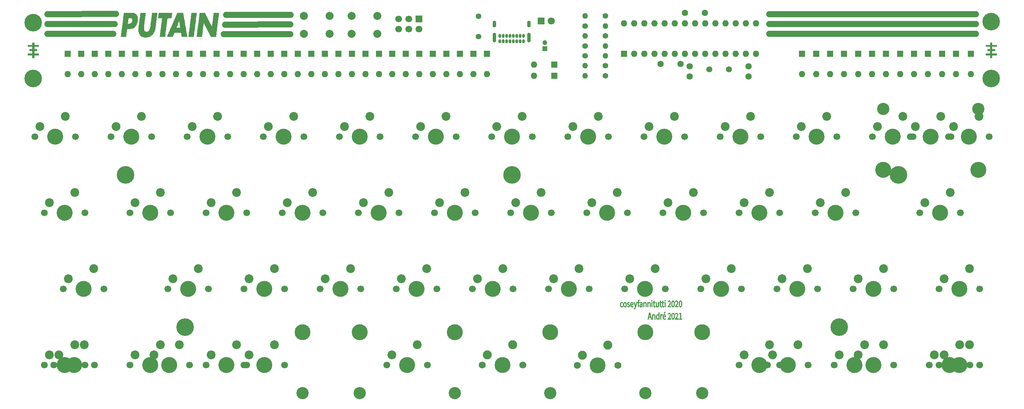
<source format=gbr>
G04 #@! TF.GenerationSoftware,KiCad,Pcbnew,(5.1.10)-1*
G04 #@! TF.CreationDate,2021-08-26T15:08:37+02:00*
G04 #@! TF.ProjectId,romeo-pcb,726f6d65-6f2d-4706-9362-2e6b69636164,rev?*
G04 #@! TF.SameCoordinates,Original*
G04 #@! TF.FileFunction,Soldermask,Top*
G04 #@! TF.FilePolarity,Negative*
%FSLAX46Y46*%
G04 Gerber Fmt 4.6, Leading zero omitted, Abs format (unit mm)*
G04 Created by KiCad (PCBNEW (5.1.10)-1) date 2021-08-26 15:08:37*
%MOMM*%
%LPD*%
G01*
G04 APERTURE LIST*
%ADD10C,1.500000*%
%ADD11C,0.010000*%
%ADD12C,2.250000*%
%ADD13C,3.987800*%
%ADD14C,1.750000*%
%ADD15C,3.048000*%
%ADD16C,4.400000*%
%ADD17C,2.200000*%
%ADD18C,4.000000*%
%ADD19C,1.700000*%
%ADD20C,3.050000*%
%ADD21O,1.600000X1.600000*%
%ADD22R,1.600000X1.600000*%
%ADD23C,1.600000*%
%ADD24R,1.200000X1.200000*%
%ADD25C,1.200000*%
%ADD26C,2.000000*%
%ADD27C,1.500000*%
%ADD28O,0.650000X1.000000*%
%ADD29O,0.900000X2.400000*%
%ADD30O,0.900000X1.700000*%
%ADD31O,1.400000X1.400000*%
%ADD32C,1.400000*%
%ADD33C,1.800000*%
%ADD34R,1.800000X1.800000*%
%ADD35R,1.700000X1.700000*%
G04 APERTURE END LIST*
D10*
X75680000Y-47630000D02*
X92075000Y-47625000D01*
X75380000Y-50013270D02*
X92075000Y-50006250D01*
X75980000Y-45250000D02*
X92100000Y-45250000D01*
X211809350Y-49973560D02*
X263569450Y-49973560D01*
X211809350Y-47490290D02*
X263569450Y-47490290D01*
X211809350Y-45007020D02*
X263569450Y-45007020D01*
X31246750Y-49973560D02*
X47780000Y-49973560D01*
X31246750Y-47490290D02*
X48110000Y-47500000D01*
X31246750Y-45007020D02*
X48420000Y-45000000D01*
D11*
G36*
X71506205Y-46483734D02*
G01*
X71666610Y-46806913D01*
X71809256Y-47093377D01*
X71934853Y-47344502D01*
X72044111Y-47561666D01*
X72137740Y-47746245D01*
X72216448Y-47899616D01*
X72280947Y-48023156D01*
X72331946Y-48118243D01*
X72370154Y-48186252D01*
X72396282Y-48228561D01*
X72411040Y-48246547D01*
X72414756Y-48246175D01*
X72419748Y-48219526D01*
X72429522Y-48154083D01*
X72443655Y-48053066D01*
X72461723Y-47919693D01*
X72483304Y-47757183D01*
X72507975Y-47568755D01*
X72535313Y-47357627D01*
X72564894Y-47127019D01*
X72596297Y-46880149D01*
X72629098Y-46620236D01*
X72643790Y-46503167D01*
X72677059Y-46238013D01*
X72709019Y-45984085D01*
X72739250Y-45744650D01*
X72767338Y-45522973D01*
X72792864Y-45322319D01*
X72815413Y-45145956D01*
X72834566Y-44997148D01*
X72849908Y-44879161D01*
X72861021Y-44795262D01*
X72867488Y-44748715D01*
X72868729Y-44741042D01*
X72880197Y-44682833D01*
X73502932Y-44682833D01*
X73683474Y-44683057D01*
X73826014Y-44683878D01*
X73934880Y-44685520D01*
X74014401Y-44688207D01*
X74068906Y-44692164D01*
X74102725Y-44697615D01*
X74120186Y-44704783D01*
X74125617Y-44713893D01*
X74125667Y-44715081D01*
X74123052Y-44739560D01*
X74115411Y-44803620D01*
X74103046Y-44904843D01*
X74086258Y-45040812D01*
X74065352Y-45209112D01*
X74040629Y-45407325D01*
X74012393Y-45633034D01*
X73980945Y-45883824D01*
X73946588Y-46157278D01*
X73909625Y-46450978D01*
X73870358Y-46762509D01*
X73829091Y-47089453D01*
X73786125Y-47429395D01*
X73755250Y-47673403D01*
X73711286Y-48020873D01*
X73668809Y-48356958D01*
X73628121Y-48679248D01*
X73589523Y-48985333D01*
X73553318Y-49272804D01*
X73519810Y-49539250D01*
X73489299Y-49782261D01*
X73462089Y-49999427D01*
X73438481Y-50188338D01*
X73418779Y-50346584D01*
X73403285Y-50471755D01*
X73392300Y-50561442D01*
X73386128Y-50613233D01*
X73384833Y-50625655D01*
X73375380Y-50633496D01*
X73344669Y-50639717D01*
X73289169Y-50644463D01*
X73205352Y-50647879D01*
X73089688Y-50650110D01*
X72938649Y-50651303D01*
X72755125Y-50651605D01*
X72125417Y-50651377D01*
X71227613Y-48841839D01*
X71099362Y-48583545D01*
X70976453Y-48336401D01*
X70860183Y-48102992D01*
X70751851Y-47885907D01*
X70652756Y-47687735D01*
X70564194Y-47511063D01*
X70487463Y-47358479D01*
X70423863Y-47232571D01*
X70374690Y-47135928D01*
X70341243Y-47071137D01*
X70324819Y-47040786D01*
X70323330Y-47038780D01*
X70319763Y-47060272D01*
X70311325Y-47120695D01*
X70298416Y-47216980D01*
X70281432Y-47346053D01*
X70260770Y-47504843D01*
X70236826Y-47690279D01*
X70209999Y-47899288D01*
X70180685Y-48128798D01*
X70149282Y-48375737D01*
X70116185Y-48637034D01*
X70092822Y-48822088D01*
X70058730Y-49091984D01*
X70026015Y-49350024D01*
X69995078Y-49593090D01*
X69966322Y-49818065D01*
X69940149Y-50021830D01*
X69916963Y-50201267D01*
X69897165Y-50353259D01*
X69881157Y-50474688D01*
X69869343Y-50562435D01*
X69862125Y-50613382D01*
X69860061Y-50625375D01*
X69847769Y-50633357D01*
X69814345Y-50639688D01*
X69756198Y-50644518D01*
X69669734Y-50647998D01*
X69551364Y-50650277D01*
X69397494Y-50651504D01*
X69225518Y-50651833D01*
X68599708Y-50651833D01*
X68612887Y-50551292D01*
X68617095Y-50518469D01*
X68626297Y-50446162D01*
X68640175Y-50336885D01*
X68658409Y-50193152D01*
X68680682Y-50017478D01*
X68706674Y-49812376D01*
X68736069Y-49580362D01*
X68768546Y-49323949D01*
X68803787Y-49045652D01*
X68841474Y-48747985D01*
X68881289Y-48433462D01*
X68922913Y-48104598D01*
X68966027Y-47763906D01*
X68990299Y-47572083D01*
X69354531Y-44693417D01*
X70613217Y-44682201D01*
X71506205Y-46483734D01*
G37*
X71506205Y-46483734D02*
X71666610Y-46806913D01*
X71809256Y-47093377D01*
X71934853Y-47344502D01*
X72044111Y-47561666D01*
X72137740Y-47746245D01*
X72216448Y-47899616D01*
X72280947Y-48023156D01*
X72331946Y-48118243D01*
X72370154Y-48186252D01*
X72396282Y-48228561D01*
X72411040Y-48246547D01*
X72414756Y-48246175D01*
X72419748Y-48219526D01*
X72429522Y-48154083D01*
X72443655Y-48053066D01*
X72461723Y-47919693D01*
X72483304Y-47757183D01*
X72507975Y-47568755D01*
X72535313Y-47357627D01*
X72564894Y-47127019D01*
X72596297Y-46880149D01*
X72629098Y-46620236D01*
X72643790Y-46503167D01*
X72677059Y-46238013D01*
X72709019Y-45984085D01*
X72739250Y-45744650D01*
X72767338Y-45522973D01*
X72792864Y-45322319D01*
X72815413Y-45145956D01*
X72834566Y-44997148D01*
X72849908Y-44879161D01*
X72861021Y-44795262D01*
X72867488Y-44748715D01*
X72868729Y-44741042D01*
X72880197Y-44682833D01*
X73502932Y-44682833D01*
X73683474Y-44683057D01*
X73826014Y-44683878D01*
X73934880Y-44685520D01*
X74014401Y-44688207D01*
X74068906Y-44692164D01*
X74102725Y-44697615D01*
X74120186Y-44704783D01*
X74125617Y-44713893D01*
X74125667Y-44715081D01*
X74123052Y-44739560D01*
X74115411Y-44803620D01*
X74103046Y-44904843D01*
X74086258Y-45040812D01*
X74065352Y-45209112D01*
X74040629Y-45407325D01*
X74012393Y-45633034D01*
X73980945Y-45883824D01*
X73946588Y-46157278D01*
X73909625Y-46450978D01*
X73870358Y-46762509D01*
X73829091Y-47089453D01*
X73786125Y-47429395D01*
X73755250Y-47673403D01*
X73711286Y-48020873D01*
X73668809Y-48356958D01*
X73628121Y-48679248D01*
X73589523Y-48985333D01*
X73553318Y-49272804D01*
X73519810Y-49539250D01*
X73489299Y-49782261D01*
X73462089Y-49999427D01*
X73438481Y-50188338D01*
X73418779Y-50346584D01*
X73403285Y-50471755D01*
X73392300Y-50561442D01*
X73386128Y-50613233D01*
X73384833Y-50625655D01*
X73375380Y-50633496D01*
X73344669Y-50639717D01*
X73289169Y-50644463D01*
X73205352Y-50647879D01*
X73089688Y-50650110D01*
X72938649Y-50651303D01*
X72755125Y-50651605D01*
X72125417Y-50651377D01*
X71227613Y-48841839D01*
X71099362Y-48583545D01*
X70976453Y-48336401D01*
X70860183Y-48102992D01*
X70751851Y-47885907D01*
X70652756Y-47687735D01*
X70564194Y-47511063D01*
X70487463Y-47358479D01*
X70423863Y-47232571D01*
X70374690Y-47135928D01*
X70341243Y-47071137D01*
X70324819Y-47040786D01*
X70323330Y-47038780D01*
X70319763Y-47060272D01*
X70311325Y-47120695D01*
X70298416Y-47216980D01*
X70281432Y-47346053D01*
X70260770Y-47504843D01*
X70236826Y-47690279D01*
X70209999Y-47899288D01*
X70180685Y-48128798D01*
X70149282Y-48375737D01*
X70116185Y-48637034D01*
X70092822Y-48822088D01*
X70058730Y-49091984D01*
X70026015Y-49350024D01*
X69995078Y-49593090D01*
X69966322Y-49818065D01*
X69940149Y-50021830D01*
X69916963Y-50201267D01*
X69897165Y-50353259D01*
X69881157Y-50474688D01*
X69869343Y-50562435D01*
X69862125Y-50613382D01*
X69860061Y-50625375D01*
X69847769Y-50633357D01*
X69814345Y-50639688D01*
X69756198Y-50644518D01*
X69669734Y-50647998D01*
X69551364Y-50650277D01*
X69397494Y-50651504D01*
X69225518Y-50651833D01*
X68599708Y-50651833D01*
X68612887Y-50551292D01*
X68617095Y-50518469D01*
X68626297Y-50446162D01*
X68640175Y-50336885D01*
X68658409Y-50193152D01*
X68680682Y-50017478D01*
X68706674Y-49812376D01*
X68736069Y-49580362D01*
X68768546Y-49323949D01*
X68803787Y-49045652D01*
X68841474Y-48747985D01*
X68881289Y-48433462D01*
X68922913Y-48104598D01*
X68966027Y-47763906D01*
X68990299Y-47572083D01*
X69354531Y-44693417D01*
X70613217Y-44682201D01*
X71506205Y-46483734D01*
G36*
X68116090Y-44683059D02*
G01*
X68258794Y-44683884D01*
X68367809Y-44685531D01*
X68447456Y-44688224D01*
X68502057Y-44692184D01*
X68535932Y-44697636D01*
X68553404Y-44704800D01*
X68558792Y-44713901D01*
X68558833Y-44714973D01*
X68556220Y-44739440D01*
X68548581Y-44803487D01*
X68536218Y-44904698D01*
X68519436Y-45040657D01*
X68498535Y-45208949D01*
X68473819Y-45407156D01*
X68445589Y-45632863D01*
X68414149Y-45883654D01*
X68379800Y-46157111D01*
X68342846Y-46450820D01*
X68303588Y-46762364D01*
X68262329Y-47089327D01*
X68219372Y-47429293D01*
X68188417Y-47674004D01*
X68144460Y-48021509D01*
X68101990Y-48357621D01*
X68061307Y-48679931D01*
X68022714Y-48986029D01*
X67986514Y-49273507D01*
X67953008Y-49539955D01*
X67922499Y-49782966D01*
X67895289Y-50000129D01*
X67871680Y-50189037D01*
X67851975Y-50347280D01*
X67836476Y-50472449D01*
X67825484Y-50562135D01*
X67819303Y-50613929D01*
X67818000Y-50626363D01*
X67807452Y-50634043D01*
X67773621Y-50640154D01*
X67713224Y-50644831D01*
X67622976Y-50648204D01*
X67499596Y-50650404D01*
X67339800Y-50651565D01*
X67183529Y-50651833D01*
X66549058Y-50651833D01*
X66559315Y-50593625D01*
X66563151Y-50565933D01*
X66571946Y-50498714D01*
X66585388Y-50394445D01*
X66603160Y-50255601D01*
X66624951Y-50084659D01*
X66650445Y-49884095D01*
X66679330Y-49656387D01*
X66711289Y-49404010D01*
X66746011Y-49129440D01*
X66783180Y-48835155D01*
X66822484Y-48523630D01*
X66863607Y-48197343D01*
X66906236Y-47858768D01*
X66928989Y-47677917D01*
X66972308Y-47333693D01*
X67014305Y-47000327D01*
X67054664Y-46680304D01*
X67093069Y-46376115D01*
X67129205Y-46090248D01*
X67162756Y-45825191D01*
X67193407Y-45583433D01*
X67220842Y-45367461D01*
X67244744Y-45179766D01*
X67264800Y-45022834D01*
X67280692Y-44899156D01*
X67292106Y-44811218D01*
X67298725Y-44761510D01*
X67300163Y-44751625D01*
X67311918Y-44682833D01*
X67935376Y-44682833D01*
X68116090Y-44683059D01*
G37*
X68116090Y-44683059D02*
X68258794Y-44683884D01*
X68367809Y-44685531D01*
X68447456Y-44688224D01*
X68502057Y-44692184D01*
X68535932Y-44697636D01*
X68553404Y-44704800D01*
X68558792Y-44713901D01*
X68558833Y-44714973D01*
X68556220Y-44739440D01*
X68548581Y-44803487D01*
X68536218Y-44904698D01*
X68519436Y-45040657D01*
X68498535Y-45208949D01*
X68473819Y-45407156D01*
X68445589Y-45632863D01*
X68414149Y-45883654D01*
X68379800Y-46157111D01*
X68342846Y-46450820D01*
X68303588Y-46762364D01*
X68262329Y-47089327D01*
X68219372Y-47429293D01*
X68188417Y-47674004D01*
X68144460Y-48021509D01*
X68101990Y-48357621D01*
X68061307Y-48679931D01*
X68022714Y-48986029D01*
X67986514Y-49273507D01*
X67953008Y-49539955D01*
X67922499Y-49782966D01*
X67895289Y-50000129D01*
X67871680Y-50189037D01*
X67851975Y-50347280D01*
X67836476Y-50472449D01*
X67825484Y-50562135D01*
X67819303Y-50613929D01*
X67818000Y-50626363D01*
X67807452Y-50634043D01*
X67773621Y-50640154D01*
X67713224Y-50644831D01*
X67622976Y-50648204D01*
X67499596Y-50650404D01*
X67339800Y-50651565D01*
X67183529Y-50651833D01*
X66549058Y-50651833D01*
X66559315Y-50593625D01*
X66563151Y-50565933D01*
X66571946Y-50498714D01*
X66585388Y-50394445D01*
X66603160Y-50255601D01*
X66624951Y-50084659D01*
X66650445Y-49884095D01*
X66679330Y-49656387D01*
X66711289Y-49404010D01*
X66746011Y-49129440D01*
X66783180Y-48835155D01*
X66822484Y-48523630D01*
X66863607Y-48197343D01*
X66906236Y-47858768D01*
X66928989Y-47677917D01*
X66972308Y-47333693D01*
X67014305Y-47000327D01*
X67054664Y-46680304D01*
X67093069Y-46376115D01*
X67129205Y-46090248D01*
X67162756Y-45825191D01*
X67193407Y-45583433D01*
X67220842Y-45367461D01*
X67244744Y-45179766D01*
X67264800Y-45022834D01*
X67280692Y-44899156D01*
X67292106Y-44811218D01*
X67298725Y-44761510D01*
X67300163Y-44751625D01*
X67311918Y-44682833D01*
X67935376Y-44682833D01*
X68116090Y-44683059D01*
G36*
X64793094Y-44687312D02*
G01*
X64926723Y-44688754D01*
X65033049Y-44691221D01*
X65107739Y-44694628D01*
X65146459Y-44698893D01*
X65151000Y-44701154D01*
X65154595Y-44723863D01*
X65165107Y-44785902D01*
X65182122Y-44884906D01*
X65205228Y-45018510D01*
X65234014Y-45184352D01*
X65268066Y-45380065D01*
X65306972Y-45603285D01*
X65350320Y-45851649D01*
X65397698Y-46122791D01*
X65448693Y-46414348D01*
X65502892Y-46723954D01*
X65559884Y-47049245D01*
X65619256Y-47387856D01*
X65669583Y-47674685D01*
X65730587Y-48022332D01*
X65789551Y-48358509D01*
X65846064Y-48680859D01*
X65899712Y-48987025D01*
X65950086Y-49274651D01*
X65996771Y-49541380D01*
X66039357Y-49784857D01*
X66077431Y-50002725D01*
X66110581Y-50192627D01*
X66138396Y-50352207D01*
X66160462Y-50479108D01*
X66176369Y-50570975D01*
X66185704Y-50625450D01*
X66188167Y-50640575D01*
X66167842Y-50643331D01*
X66110235Y-50645842D01*
X66020396Y-50648024D01*
X65903375Y-50649791D01*
X65764224Y-50651058D01*
X65607993Y-50651739D01*
X65521820Y-50651833D01*
X64855473Y-50651833D01*
X64843741Y-50604208D01*
X64836883Y-50569970D01*
X64824239Y-50500730D01*
X64806997Y-50403240D01*
X64786345Y-50284253D01*
X64763474Y-50150520D01*
X64753379Y-50090917D01*
X64674750Y-49625250D01*
X63828083Y-49619908D01*
X62981417Y-49614567D01*
X62750478Y-50133200D01*
X62519540Y-50651833D01*
X61853718Y-50651833D01*
X61668220Y-50651709D01*
X61520810Y-50651177D01*
X61407238Y-50649996D01*
X61323260Y-50647927D01*
X61264629Y-50644728D01*
X61227097Y-50640160D01*
X61206418Y-50633983D01*
X61198346Y-50625957D01*
X61198634Y-50615840D01*
X61198933Y-50614792D01*
X61208507Y-50591466D01*
X61234061Y-50531477D01*
X61274664Y-50436969D01*
X61329385Y-50310088D01*
X61397295Y-50152978D01*
X61477462Y-49967786D01*
X61568958Y-49756657D01*
X61670851Y-49521736D01*
X61782212Y-49265169D01*
X61902110Y-48989100D01*
X62029615Y-48695676D01*
X62154611Y-48408167D01*
X63479176Y-48408167D01*
X63976421Y-48408167D01*
X64152036Y-48407264D01*
X64290980Y-48404598D01*
X64391842Y-48400229D01*
X64453207Y-48394217D01*
X64473667Y-48386717D01*
X64470815Y-48361157D01*
X64462765Y-48299096D01*
X64450272Y-48205948D01*
X64434092Y-48087125D01*
X64414981Y-47948040D01*
X64393695Y-47794106D01*
X64370989Y-47630734D01*
X64347620Y-47463338D01*
X64324343Y-47297331D01*
X64301914Y-47138124D01*
X64281090Y-46991130D01*
X64262625Y-46861763D01*
X64247276Y-46755434D01*
X64235799Y-46677555D01*
X64228950Y-46633541D01*
X64228363Y-46630167D01*
X64223882Y-46615243D01*
X64216600Y-46611960D01*
X64205133Y-46623374D01*
X64188094Y-46652543D01*
X64164101Y-46702522D01*
X64131768Y-46776369D01*
X64089710Y-46877140D01*
X64036544Y-47007891D01*
X63970883Y-47171680D01*
X63891343Y-47371563D01*
X63883163Y-47392167D01*
X63811198Y-47573432D01*
X63742896Y-47745436D01*
X63680100Y-47903539D01*
X63624653Y-48043098D01*
X63578400Y-48159474D01*
X63543184Y-48248027D01*
X63520850Y-48304115D01*
X63515220Y-48318208D01*
X63479176Y-48408167D01*
X62154611Y-48408167D01*
X62163796Y-48387042D01*
X62303723Y-48065343D01*
X62448467Y-47732724D01*
X62490751Y-47635583D01*
X63771532Y-44693417D01*
X64461266Y-44687836D01*
X64636497Y-44686978D01*
X64793094Y-44687312D01*
G37*
X64793094Y-44687312D02*
X64926723Y-44688754D01*
X65033049Y-44691221D01*
X65107739Y-44694628D01*
X65146459Y-44698893D01*
X65151000Y-44701154D01*
X65154595Y-44723863D01*
X65165107Y-44785902D01*
X65182122Y-44884906D01*
X65205228Y-45018510D01*
X65234014Y-45184352D01*
X65268066Y-45380065D01*
X65306972Y-45603285D01*
X65350320Y-45851649D01*
X65397698Y-46122791D01*
X65448693Y-46414348D01*
X65502892Y-46723954D01*
X65559884Y-47049245D01*
X65619256Y-47387856D01*
X65669583Y-47674685D01*
X65730587Y-48022332D01*
X65789551Y-48358509D01*
X65846064Y-48680859D01*
X65899712Y-48987025D01*
X65950086Y-49274651D01*
X65996771Y-49541380D01*
X66039357Y-49784857D01*
X66077431Y-50002725D01*
X66110581Y-50192627D01*
X66138396Y-50352207D01*
X66160462Y-50479108D01*
X66176369Y-50570975D01*
X66185704Y-50625450D01*
X66188167Y-50640575D01*
X66167842Y-50643331D01*
X66110235Y-50645842D01*
X66020396Y-50648024D01*
X65903375Y-50649791D01*
X65764224Y-50651058D01*
X65607993Y-50651739D01*
X65521820Y-50651833D01*
X64855473Y-50651833D01*
X64843741Y-50604208D01*
X64836883Y-50569970D01*
X64824239Y-50500730D01*
X64806997Y-50403240D01*
X64786345Y-50284253D01*
X64763474Y-50150520D01*
X64753379Y-50090917D01*
X64674750Y-49625250D01*
X63828083Y-49619908D01*
X62981417Y-49614567D01*
X62750478Y-50133200D01*
X62519540Y-50651833D01*
X61853718Y-50651833D01*
X61668220Y-50651709D01*
X61520810Y-50651177D01*
X61407238Y-50649996D01*
X61323260Y-50647927D01*
X61264629Y-50644728D01*
X61227097Y-50640160D01*
X61206418Y-50633983D01*
X61198346Y-50625957D01*
X61198634Y-50615840D01*
X61198933Y-50614792D01*
X61208507Y-50591466D01*
X61234061Y-50531477D01*
X61274664Y-50436969D01*
X61329385Y-50310088D01*
X61397295Y-50152978D01*
X61477462Y-49967786D01*
X61568958Y-49756657D01*
X61670851Y-49521736D01*
X61782212Y-49265169D01*
X61902110Y-48989100D01*
X62029615Y-48695676D01*
X62154611Y-48408167D01*
X63479176Y-48408167D01*
X63976421Y-48408167D01*
X64152036Y-48407264D01*
X64290980Y-48404598D01*
X64391842Y-48400229D01*
X64453207Y-48394217D01*
X64473667Y-48386717D01*
X64470815Y-48361157D01*
X64462765Y-48299096D01*
X64450272Y-48205948D01*
X64434092Y-48087125D01*
X64414981Y-47948040D01*
X64393695Y-47794106D01*
X64370989Y-47630734D01*
X64347620Y-47463338D01*
X64324343Y-47297331D01*
X64301914Y-47138124D01*
X64281090Y-46991130D01*
X64262625Y-46861763D01*
X64247276Y-46755434D01*
X64235799Y-46677555D01*
X64228950Y-46633541D01*
X64228363Y-46630167D01*
X64223882Y-46615243D01*
X64216600Y-46611960D01*
X64205133Y-46623374D01*
X64188094Y-46652543D01*
X64164101Y-46702522D01*
X64131768Y-46776369D01*
X64089710Y-46877140D01*
X64036544Y-47007891D01*
X63970883Y-47171680D01*
X63891343Y-47371563D01*
X63883163Y-47392167D01*
X63811198Y-47573432D01*
X63742896Y-47745436D01*
X63680100Y-47903539D01*
X63624653Y-48043098D01*
X63578400Y-48159474D01*
X63543184Y-48248027D01*
X63520850Y-48304115D01*
X63515220Y-48318208D01*
X63479176Y-48408167D01*
X62154611Y-48408167D01*
X62163796Y-48387042D01*
X62303723Y-48065343D01*
X62448467Y-47732724D01*
X62490751Y-47635583D01*
X63771532Y-44693417D01*
X64461266Y-44687836D01*
X64636497Y-44686978D01*
X64793094Y-44687312D01*
G36*
X62399174Y-44741042D02*
G01*
X62396528Y-44776896D01*
X62389145Y-44848660D01*
X62377725Y-44950264D01*
X62362969Y-45075635D01*
X62345579Y-45218702D01*
X62326256Y-45373392D01*
X62325250Y-45381333D01*
X62305960Y-45534429D01*
X62288542Y-45674359D01*
X62273683Y-45795458D01*
X62262073Y-45892057D01*
X62254399Y-45958492D01*
X62251350Y-45989094D01*
X62251326Y-45989875D01*
X62241798Y-45998515D01*
X62210733Y-46005195D01*
X62154231Y-46010112D01*
X62068392Y-46013467D01*
X61949318Y-46015457D01*
X61793110Y-46016283D01*
X61732583Y-46016333D01*
X61568822Y-46016642D01*
X61442731Y-46017754D01*
X61349649Y-46019952D01*
X61284917Y-46023516D01*
X61243874Y-46028726D01*
X61221861Y-46035864D01*
X61214216Y-46045209D01*
X61214000Y-46047577D01*
X61211385Y-46072405D01*
X61203770Y-46136462D01*
X61191502Y-46236983D01*
X61174926Y-46371204D01*
X61154390Y-46536359D01*
X61130237Y-46729684D01*
X61102816Y-46948413D01*
X61072472Y-47189781D01*
X61039551Y-47451024D01*
X61004399Y-47729376D01*
X60967362Y-48022072D01*
X60928786Y-48326348D01*
X60928250Y-48330573D01*
X60889649Y-48635071D01*
X60852583Y-48928085D01*
X60817398Y-49206843D01*
X60784439Y-49468576D01*
X60754054Y-49710511D01*
X60726589Y-49929880D01*
X60702390Y-50123911D01*
X60681803Y-50289833D01*
X60665174Y-50424876D01*
X60652850Y-50526268D01*
X60645176Y-50591241D01*
X60642500Y-50617021D01*
X60642500Y-50617080D01*
X60639292Y-50627005D01*
X60626753Y-50634857D01*
X60600510Y-50640872D01*
X60556188Y-50645292D01*
X60489415Y-50648354D01*
X60395817Y-50650298D01*
X60271021Y-50651362D01*
X60110653Y-50651786D01*
X60006541Y-50651833D01*
X59370582Y-50651833D01*
X59382295Y-50583042D01*
X59386512Y-50552898D01*
X59395643Y-50483628D01*
X59409320Y-50378109D01*
X59427177Y-50239218D01*
X59448849Y-50069832D01*
X59473968Y-49872827D01*
X59502168Y-49651081D01*
X59533083Y-49407470D01*
X59566346Y-49144872D01*
X59601591Y-48866162D01*
X59638452Y-48574219D01*
X59668729Y-48334083D01*
X59706616Y-48033655D01*
X59743181Y-47744169D01*
X59778057Y-47468503D01*
X59810879Y-47209532D01*
X59841279Y-46970133D01*
X59868892Y-46753185D01*
X59893350Y-46561562D01*
X59914287Y-46398144D01*
X59931336Y-46265805D01*
X59944131Y-46167424D01*
X59952306Y-46105877D01*
X59955267Y-46085125D01*
X59967085Y-46016333D01*
X59458126Y-46016333D01*
X59298088Y-46016136D01*
X59175452Y-46015306D01*
X59085284Y-46013484D01*
X59022654Y-46010312D01*
X58982631Y-46005431D01*
X58960281Y-45998482D01*
X58950674Y-45989106D01*
X58948846Y-45979292D01*
X58951298Y-45949545D01*
X58958390Y-45883342D01*
X58969474Y-45786226D01*
X58983904Y-45663744D01*
X59001031Y-45521441D01*
X59020209Y-45364860D01*
X59026686Y-45312542D01*
X59104846Y-44682833D01*
X62399333Y-44682833D01*
X62399174Y-44741042D01*
G37*
X62399174Y-44741042D02*
X62396528Y-44776896D01*
X62389145Y-44848660D01*
X62377725Y-44950264D01*
X62362969Y-45075635D01*
X62345579Y-45218702D01*
X62326256Y-45373392D01*
X62325250Y-45381333D01*
X62305960Y-45534429D01*
X62288542Y-45674359D01*
X62273683Y-45795458D01*
X62262073Y-45892057D01*
X62254399Y-45958492D01*
X62251350Y-45989094D01*
X62251326Y-45989875D01*
X62241798Y-45998515D01*
X62210733Y-46005195D01*
X62154231Y-46010112D01*
X62068392Y-46013467D01*
X61949318Y-46015457D01*
X61793110Y-46016283D01*
X61732583Y-46016333D01*
X61568822Y-46016642D01*
X61442731Y-46017754D01*
X61349649Y-46019952D01*
X61284917Y-46023516D01*
X61243874Y-46028726D01*
X61221861Y-46035864D01*
X61214216Y-46045209D01*
X61214000Y-46047577D01*
X61211385Y-46072405D01*
X61203770Y-46136462D01*
X61191502Y-46236983D01*
X61174926Y-46371204D01*
X61154390Y-46536359D01*
X61130237Y-46729684D01*
X61102816Y-46948413D01*
X61072472Y-47189781D01*
X61039551Y-47451024D01*
X61004399Y-47729376D01*
X60967362Y-48022072D01*
X60928786Y-48326348D01*
X60928250Y-48330573D01*
X60889649Y-48635071D01*
X60852583Y-48928085D01*
X60817398Y-49206843D01*
X60784439Y-49468576D01*
X60754054Y-49710511D01*
X60726589Y-49929880D01*
X60702390Y-50123911D01*
X60681803Y-50289833D01*
X60665174Y-50424876D01*
X60652850Y-50526268D01*
X60645176Y-50591241D01*
X60642500Y-50617021D01*
X60642500Y-50617080D01*
X60639292Y-50627005D01*
X60626753Y-50634857D01*
X60600510Y-50640872D01*
X60556188Y-50645292D01*
X60489415Y-50648354D01*
X60395817Y-50650298D01*
X60271021Y-50651362D01*
X60110653Y-50651786D01*
X60006541Y-50651833D01*
X59370582Y-50651833D01*
X59382295Y-50583042D01*
X59386512Y-50552898D01*
X59395643Y-50483628D01*
X59409320Y-50378109D01*
X59427177Y-50239218D01*
X59448849Y-50069832D01*
X59473968Y-49872827D01*
X59502168Y-49651081D01*
X59533083Y-49407470D01*
X59566346Y-49144872D01*
X59601591Y-48866162D01*
X59638452Y-48574219D01*
X59668729Y-48334083D01*
X59706616Y-48033655D01*
X59743181Y-47744169D01*
X59778057Y-47468503D01*
X59810879Y-47209532D01*
X59841279Y-46970133D01*
X59868892Y-46753185D01*
X59893350Y-46561562D01*
X59914287Y-46398144D01*
X59931336Y-46265805D01*
X59944131Y-46167424D01*
X59952306Y-46105877D01*
X59955267Y-46085125D01*
X59967085Y-46016333D01*
X59458126Y-46016333D01*
X59298088Y-46016136D01*
X59175452Y-46015306D01*
X59085284Y-46013484D01*
X59022654Y-46010312D01*
X58982631Y-46005431D01*
X58960281Y-45998482D01*
X58950674Y-45989106D01*
X58948846Y-45979292D01*
X58951298Y-45949545D01*
X58958390Y-45883342D01*
X58969474Y-45786226D01*
X58983904Y-45663744D01*
X59001031Y-45521441D01*
X59020209Y-45364860D01*
X59026686Y-45312542D01*
X59104846Y-44682833D01*
X62399333Y-44682833D01*
X62399174Y-44741042D01*
G36*
X51525696Y-44687851D02*
G01*
X51773793Y-44689605D01*
X51983426Y-44691311D01*
X52158464Y-44693127D01*
X52302776Y-44695215D01*
X52420230Y-44697737D01*
X52514696Y-44700852D01*
X52590042Y-44704721D01*
X52650138Y-44709505D01*
X52698852Y-44715365D01*
X52740052Y-44722462D01*
X52777609Y-44730955D01*
X52815390Y-44741007D01*
X52817193Y-44741509D01*
X53048825Y-44825152D01*
X53250483Y-44938491D01*
X53421909Y-45081071D01*
X53562844Y-45252436D01*
X53673030Y-45452131D01*
X53752207Y-45679700D01*
X53800118Y-45934687D01*
X53816504Y-46216637D01*
X53805061Y-46481801D01*
X53763136Y-46821788D01*
X53697739Y-47138346D01*
X53609936Y-47428999D01*
X53500792Y-47691271D01*
X53371374Y-47922689D01*
X53222747Y-48120776D01*
X53055977Y-48283059D01*
X53015729Y-48314635D01*
X52875018Y-48411733D01*
X52731752Y-48491508D01*
X52580344Y-48555325D01*
X52415208Y-48604549D01*
X52230757Y-48640542D01*
X52021404Y-48664671D01*
X51781564Y-48678299D01*
X51508278Y-48682787D01*
X51147639Y-48683333D01*
X51022591Y-49667583D01*
X50897542Y-50651833D01*
X49631122Y-50651833D01*
X49643410Y-50583042D01*
X49647492Y-50554072D01*
X49656531Y-50485582D01*
X49670213Y-50380056D01*
X49688221Y-50239977D01*
X49710240Y-50067829D01*
X49735955Y-49866095D01*
X49765050Y-49637259D01*
X49797210Y-49383805D01*
X49832118Y-49108216D01*
X49869459Y-48812977D01*
X49908918Y-48500569D01*
X49950179Y-48173478D01*
X49992926Y-47834186D01*
X50016592Y-47646167D01*
X50050185Y-47379400D01*
X51309188Y-47379400D01*
X51310979Y-47395079D01*
X51321714Y-47405646D01*
X51347801Y-47411711D01*
X51395647Y-47413881D01*
X51471660Y-47412765D01*
X51582247Y-47408972D01*
X51609625Y-47407924D01*
X51744766Y-47401359D01*
X51847383Y-47392689D01*
X51927276Y-47380566D01*
X51994246Y-47363643D01*
X52035727Y-47349342D01*
X52178778Y-47274750D01*
X52293940Y-47169229D01*
X52381399Y-47032426D01*
X52441341Y-46863986D01*
X52473952Y-46663555D01*
X52480618Y-46503167D01*
X52473707Y-46361924D01*
X52450858Y-46252047D01*
X52408812Y-46164507D01*
X52344306Y-46090278D01*
X52325466Y-46073731D01*
X52270492Y-46033448D01*
X52210436Y-46004089D01*
X52137606Y-45984062D01*
X52044312Y-45971776D01*
X51922863Y-45965638D01*
X51795591Y-45964075D01*
X51489432Y-45963417D01*
X51399904Y-46651333D01*
X51378241Y-46818712D01*
X51358394Y-46973827D01*
X51341023Y-47111381D01*
X51326788Y-47226077D01*
X51316350Y-47312620D01*
X51310367Y-47365713D01*
X51309188Y-47379400D01*
X50050185Y-47379400D01*
X50059970Y-47301706D01*
X50102016Y-46968357D01*
X50142416Y-46648580D01*
X50180856Y-46344837D01*
X50217023Y-46059588D01*
X50250602Y-45795295D01*
X50281281Y-45554420D01*
X50308745Y-45339422D01*
X50332681Y-45152764D01*
X50352776Y-44996906D01*
X50368714Y-44874310D01*
X50380183Y-44787437D01*
X50386870Y-44738748D01*
X50388398Y-44729124D01*
X50399309Y-44680166D01*
X51525696Y-44687851D01*
G37*
X51525696Y-44687851D02*
X51773793Y-44689605D01*
X51983426Y-44691311D01*
X52158464Y-44693127D01*
X52302776Y-44695215D01*
X52420230Y-44697737D01*
X52514696Y-44700852D01*
X52590042Y-44704721D01*
X52650138Y-44709505D01*
X52698852Y-44715365D01*
X52740052Y-44722462D01*
X52777609Y-44730955D01*
X52815390Y-44741007D01*
X52817193Y-44741509D01*
X53048825Y-44825152D01*
X53250483Y-44938491D01*
X53421909Y-45081071D01*
X53562844Y-45252436D01*
X53673030Y-45452131D01*
X53752207Y-45679700D01*
X53800118Y-45934687D01*
X53816504Y-46216637D01*
X53805061Y-46481801D01*
X53763136Y-46821788D01*
X53697739Y-47138346D01*
X53609936Y-47428999D01*
X53500792Y-47691271D01*
X53371374Y-47922689D01*
X53222747Y-48120776D01*
X53055977Y-48283059D01*
X53015729Y-48314635D01*
X52875018Y-48411733D01*
X52731752Y-48491508D01*
X52580344Y-48555325D01*
X52415208Y-48604549D01*
X52230757Y-48640542D01*
X52021404Y-48664671D01*
X51781564Y-48678299D01*
X51508278Y-48682787D01*
X51147639Y-48683333D01*
X51022591Y-49667583D01*
X50897542Y-50651833D01*
X49631122Y-50651833D01*
X49643410Y-50583042D01*
X49647492Y-50554072D01*
X49656531Y-50485582D01*
X49670213Y-50380056D01*
X49688221Y-50239977D01*
X49710240Y-50067829D01*
X49735955Y-49866095D01*
X49765050Y-49637259D01*
X49797210Y-49383805D01*
X49832118Y-49108216D01*
X49869459Y-48812977D01*
X49908918Y-48500569D01*
X49950179Y-48173478D01*
X49992926Y-47834186D01*
X50016592Y-47646167D01*
X50050185Y-47379400D01*
X51309188Y-47379400D01*
X51310979Y-47395079D01*
X51321714Y-47405646D01*
X51347801Y-47411711D01*
X51395647Y-47413881D01*
X51471660Y-47412765D01*
X51582247Y-47408972D01*
X51609625Y-47407924D01*
X51744766Y-47401359D01*
X51847383Y-47392689D01*
X51927276Y-47380566D01*
X51994246Y-47363643D01*
X52035727Y-47349342D01*
X52178778Y-47274750D01*
X52293940Y-47169229D01*
X52381399Y-47032426D01*
X52441341Y-46863986D01*
X52473952Y-46663555D01*
X52480618Y-46503167D01*
X52473707Y-46361924D01*
X52450858Y-46252047D01*
X52408812Y-46164507D01*
X52344306Y-46090278D01*
X52325466Y-46073731D01*
X52270492Y-46033448D01*
X52210436Y-46004089D01*
X52137606Y-45984062D01*
X52044312Y-45971776D01*
X51922863Y-45965638D01*
X51795591Y-45964075D01*
X51489432Y-45963417D01*
X51399904Y-46651333D01*
X51378241Y-46818712D01*
X51358394Y-46973827D01*
X51341023Y-47111381D01*
X51326788Y-47226077D01*
X51316350Y-47312620D01*
X51310367Y-47365713D01*
X51309188Y-47379400D01*
X50050185Y-47379400D01*
X50059970Y-47301706D01*
X50102016Y-46968357D01*
X50142416Y-46648580D01*
X50180856Y-46344837D01*
X50217023Y-46059588D01*
X50250602Y-45795295D01*
X50281281Y-45554420D01*
X50308745Y-45339422D01*
X50332681Y-45152764D01*
X50352776Y-44996906D01*
X50368714Y-44874310D01*
X50380183Y-44787437D01*
X50386870Y-44738748D01*
X50388398Y-44729124D01*
X50399309Y-44680166D01*
X51525696Y-44687851D01*
G36*
X55786700Y-44761890D02*
G01*
X55782049Y-44795357D01*
X55772473Y-44867375D01*
X55758418Y-44974506D01*
X55740329Y-45113309D01*
X55718651Y-45280345D01*
X55693831Y-45472174D01*
X55666314Y-45685357D01*
X55636545Y-45916454D01*
X55604971Y-46162026D01*
X55572037Y-46418632D01*
X55569339Y-46439667D01*
X55531003Y-46739065D01*
X55497756Y-47000036D01*
X55469234Y-47226133D01*
X55445073Y-47420910D01*
X55424907Y-47587919D01*
X55408371Y-47730714D01*
X55395102Y-47852847D01*
X55384733Y-47957873D01*
X55376901Y-48049345D01*
X55371241Y-48130815D01*
X55367388Y-48205837D01*
X55364978Y-48277965D01*
X55363644Y-48350750D01*
X55363024Y-48427748D01*
X55362928Y-48450500D01*
X55362927Y-48599901D01*
X55364532Y-48714482D01*
X55368294Y-48801746D01*
X55374765Y-48869192D01*
X55384497Y-48924321D01*
X55398042Y-48974635D01*
X55402508Y-48988623D01*
X55470378Y-49139706D01*
X55565379Y-49259224D01*
X55689491Y-49349665D01*
X55690252Y-49350083D01*
X55745747Y-49378876D01*
X55793855Y-49397356D01*
X55846647Y-49407789D01*
X55916195Y-49412441D01*
X56014569Y-49413576D01*
X56028637Y-49413583D01*
X56131548Y-49412683D01*
X56205230Y-49408312D01*
X56262776Y-49397965D01*
X56317279Y-49379136D01*
X56381832Y-49349321D01*
X56392917Y-49343881D01*
X56531047Y-49256497D01*
X56651529Y-49138150D01*
X56755434Y-48986946D01*
X56843833Y-48800991D01*
X56917797Y-48578389D01*
X56978398Y-48317246D01*
X56980950Y-48303913D01*
X56988804Y-48255752D01*
X57001445Y-48169647D01*
X57018345Y-48049655D01*
X57038972Y-47899829D01*
X57062797Y-47724226D01*
X57089291Y-47526899D01*
X57117922Y-47311905D01*
X57148160Y-47083297D01*
X57179477Y-46845132D01*
X57211341Y-46601463D01*
X57243223Y-46356347D01*
X57274593Y-46113837D01*
X57304920Y-45877989D01*
X57333675Y-45652858D01*
X57360328Y-45442499D01*
X57384347Y-45250967D01*
X57405205Y-45082317D01*
X57422370Y-44940603D01*
X57435312Y-44829882D01*
X57436977Y-44815125D01*
X57451801Y-44682833D01*
X58718251Y-44682833D01*
X58706668Y-44751625D01*
X58702302Y-44782785D01*
X58693078Y-44852723D01*
X58679408Y-44958213D01*
X58661703Y-45096029D01*
X58640374Y-45262944D01*
X58615831Y-45455733D01*
X58588486Y-45671169D01*
X58558750Y-45906026D01*
X58527033Y-46157078D01*
X58493747Y-46421099D01*
X58472760Y-46587833D01*
X58437729Y-46864761D01*
X58403114Y-47135427D01*
X58369420Y-47396051D01*
X58337152Y-47642855D01*
X58306816Y-47872059D01*
X58278917Y-48079884D01*
X58253959Y-48262551D01*
X58232450Y-48416280D01*
X58214893Y-48537294D01*
X58201794Y-48621811D01*
X58197404Y-48647393D01*
X58116181Y-49009408D01*
X58009980Y-49337386D01*
X57878533Y-49631663D01*
X57721571Y-49892577D01*
X57538829Y-50120462D01*
X57330037Y-50315655D01*
X57094928Y-50478492D01*
X56833235Y-50609310D01*
X56559464Y-50704318D01*
X56317813Y-50758090D01*
X56058646Y-50790107D01*
X55797832Y-50799283D01*
X55551239Y-50784532D01*
X55495062Y-50777182D01*
X55214173Y-50718853D01*
X54963238Y-50630616D01*
X54742161Y-50512382D01*
X54550845Y-50364060D01*
X54389192Y-50185560D01*
X54257106Y-49976791D01*
X54154490Y-49737663D01*
X54081247Y-49468086D01*
X54078776Y-49455917D01*
X54063128Y-49343318D01*
X54053368Y-49196760D01*
X54049373Y-49024187D01*
X54051022Y-48833545D01*
X54058193Y-48632780D01*
X54070764Y-48429835D01*
X54088613Y-48232658D01*
X54098872Y-48143583D01*
X54109532Y-48058219D01*
X54124966Y-47935330D01*
X54144610Y-47779384D01*
X54167898Y-47594852D01*
X54194266Y-47386202D01*
X54223149Y-47157905D01*
X54253981Y-46914429D01*
X54286197Y-46660245D01*
X54319233Y-46399822D01*
X54341046Y-46228000D01*
X54535917Y-44693417D01*
X55167539Y-44687807D01*
X55799162Y-44682197D01*
X55786700Y-44761890D01*
G37*
X55786700Y-44761890D02*
X55782049Y-44795357D01*
X55772473Y-44867375D01*
X55758418Y-44974506D01*
X55740329Y-45113309D01*
X55718651Y-45280345D01*
X55693831Y-45472174D01*
X55666314Y-45685357D01*
X55636545Y-45916454D01*
X55604971Y-46162026D01*
X55572037Y-46418632D01*
X55569339Y-46439667D01*
X55531003Y-46739065D01*
X55497756Y-47000036D01*
X55469234Y-47226133D01*
X55445073Y-47420910D01*
X55424907Y-47587919D01*
X55408371Y-47730714D01*
X55395102Y-47852847D01*
X55384733Y-47957873D01*
X55376901Y-48049345D01*
X55371241Y-48130815D01*
X55367388Y-48205837D01*
X55364978Y-48277965D01*
X55363644Y-48350750D01*
X55363024Y-48427748D01*
X55362928Y-48450500D01*
X55362927Y-48599901D01*
X55364532Y-48714482D01*
X55368294Y-48801746D01*
X55374765Y-48869192D01*
X55384497Y-48924321D01*
X55398042Y-48974635D01*
X55402508Y-48988623D01*
X55470378Y-49139706D01*
X55565379Y-49259224D01*
X55689491Y-49349665D01*
X55690252Y-49350083D01*
X55745747Y-49378876D01*
X55793855Y-49397356D01*
X55846647Y-49407789D01*
X55916195Y-49412441D01*
X56014569Y-49413576D01*
X56028637Y-49413583D01*
X56131548Y-49412683D01*
X56205230Y-49408312D01*
X56262776Y-49397965D01*
X56317279Y-49379136D01*
X56381832Y-49349321D01*
X56392917Y-49343881D01*
X56531047Y-49256497D01*
X56651529Y-49138150D01*
X56755434Y-48986946D01*
X56843833Y-48800991D01*
X56917797Y-48578389D01*
X56978398Y-48317246D01*
X56980950Y-48303913D01*
X56988804Y-48255752D01*
X57001445Y-48169647D01*
X57018345Y-48049655D01*
X57038972Y-47899829D01*
X57062797Y-47724226D01*
X57089291Y-47526899D01*
X57117922Y-47311905D01*
X57148160Y-47083297D01*
X57179477Y-46845132D01*
X57211341Y-46601463D01*
X57243223Y-46356347D01*
X57274593Y-46113837D01*
X57304920Y-45877989D01*
X57333675Y-45652858D01*
X57360328Y-45442499D01*
X57384347Y-45250967D01*
X57405205Y-45082317D01*
X57422370Y-44940603D01*
X57435312Y-44829882D01*
X57436977Y-44815125D01*
X57451801Y-44682833D01*
X58718251Y-44682833D01*
X58706668Y-44751625D01*
X58702302Y-44782785D01*
X58693078Y-44852723D01*
X58679408Y-44958213D01*
X58661703Y-45096029D01*
X58640374Y-45262944D01*
X58615831Y-45455733D01*
X58588486Y-45671169D01*
X58558750Y-45906026D01*
X58527033Y-46157078D01*
X58493747Y-46421099D01*
X58472760Y-46587833D01*
X58437729Y-46864761D01*
X58403114Y-47135427D01*
X58369420Y-47396051D01*
X58337152Y-47642855D01*
X58306816Y-47872059D01*
X58278917Y-48079884D01*
X58253959Y-48262551D01*
X58232450Y-48416280D01*
X58214893Y-48537294D01*
X58201794Y-48621811D01*
X58197404Y-48647393D01*
X58116181Y-49009408D01*
X58009980Y-49337386D01*
X57878533Y-49631663D01*
X57721571Y-49892577D01*
X57538829Y-50120462D01*
X57330037Y-50315655D01*
X57094928Y-50478492D01*
X56833235Y-50609310D01*
X56559464Y-50704318D01*
X56317813Y-50758090D01*
X56058646Y-50790107D01*
X55797832Y-50799283D01*
X55551239Y-50784532D01*
X55495062Y-50777182D01*
X55214173Y-50718853D01*
X54963238Y-50630616D01*
X54742161Y-50512382D01*
X54550845Y-50364060D01*
X54389192Y-50185560D01*
X54257106Y-49976791D01*
X54154490Y-49737663D01*
X54081247Y-49468086D01*
X54078776Y-49455917D01*
X54063128Y-49343318D01*
X54053368Y-49196760D01*
X54049373Y-49024187D01*
X54051022Y-48833545D01*
X54058193Y-48632780D01*
X54070764Y-48429835D01*
X54088613Y-48232658D01*
X54098872Y-48143583D01*
X54109532Y-48058219D01*
X54124966Y-47935330D01*
X54144610Y-47779384D01*
X54167898Y-47594852D01*
X54194266Y-47386202D01*
X54223149Y-47157905D01*
X54253981Y-46914429D01*
X54286197Y-46660245D01*
X54319233Y-46399822D01*
X54341046Y-46228000D01*
X54535917Y-44693417D01*
X55167539Y-44687807D01*
X55799162Y-44682197D01*
X55786700Y-44761890D01*
G36*
X185827743Y-116587748D02*
G01*
X185871550Y-116626043D01*
X185901672Y-116703349D01*
X185894323Y-116785864D01*
X185882588Y-116813224D01*
X185843851Y-116846836D01*
X185788875Y-116853899D01*
X185733937Y-116834970D01*
X185704617Y-116807123D01*
X185674564Y-116734322D01*
X185684151Y-116664200D01*
X185714000Y-116621333D01*
X185772013Y-116584431D01*
X185827743Y-116587748D01*
G37*
X185827743Y-116587748D02*
X185871550Y-116626043D01*
X185901672Y-116703349D01*
X185894323Y-116785864D01*
X185882588Y-116813224D01*
X185843851Y-116846836D01*
X185788875Y-116853899D01*
X185733937Y-116834970D01*
X185704617Y-116807123D01*
X185674564Y-116734322D01*
X185684151Y-116664200D01*
X185714000Y-116621333D01*
X185772013Y-116584431D01*
X185827743Y-116587748D01*
G36*
X182507622Y-116589695D02*
G01*
X182512805Y-116591391D01*
X182568603Y-116629133D01*
X182595744Y-116684797D01*
X182595659Y-116746531D01*
X182569783Y-116802482D01*
X182519546Y-116840797D01*
X182481537Y-116850111D01*
X182425580Y-116846121D01*
X182393320Y-116816432D01*
X182392239Y-116814461D01*
X182369683Y-116742468D01*
X182374877Y-116674868D01*
X182402887Y-116620787D01*
X182448780Y-116589353D01*
X182507622Y-116589695D01*
G37*
X182507622Y-116589695D02*
X182512805Y-116591391D01*
X182568603Y-116629133D01*
X182595744Y-116684797D01*
X182595659Y-116746531D01*
X182569783Y-116802482D01*
X182519546Y-116840797D01*
X182481537Y-116850111D01*
X182425580Y-116846121D01*
X182393320Y-116816432D01*
X182392239Y-116814461D01*
X182369683Y-116742468D01*
X182374877Y-116674868D01*
X182402887Y-116620787D01*
X182448780Y-116589353D01*
X182507622Y-116589695D01*
G36*
X188735412Y-116697168D02*
G01*
X188831157Y-116741214D01*
X188911788Y-116817968D01*
X188971092Y-116926541D01*
X188982189Y-116959664D01*
X189007905Y-117084863D01*
X189009373Y-117212027D01*
X188985144Y-117345894D01*
X188933770Y-117491201D01*
X188853801Y-117652683D01*
X188743789Y-117835077D01*
X188689132Y-117917791D01*
X188549835Y-118124166D01*
X189079500Y-118124166D01*
X189079500Y-118314666D01*
X188296333Y-118314666D01*
X188296333Y-118239982D01*
X188301030Y-118203421D01*
X188317429Y-118159439D01*
X188348994Y-118101847D01*
X188399188Y-118024457D01*
X188471476Y-117921083D01*
X188486905Y-117899511D01*
X188616982Y-117708574D01*
X188718353Y-117538962D01*
X188790026Y-117392553D01*
X188831013Y-117271226D01*
X188838243Y-117232772D01*
X188839955Y-117119330D01*
X188815330Y-117020023D01*
X188768344Y-116941712D01*
X188702967Y-116891256D01*
X188631239Y-116875333D01*
X188576845Y-116888748D01*
X188511787Y-116931826D01*
X188469797Y-116968768D01*
X188369907Y-117062203D01*
X188323082Y-116996293D01*
X188276258Y-116930382D01*
X188325564Y-116865816D01*
X188419629Y-116770153D01*
X188523435Y-116710749D01*
X188630767Y-116686717D01*
X188735412Y-116697168D01*
G37*
X188735412Y-116697168D02*
X188831157Y-116741214D01*
X188911788Y-116817968D01*
X188971092Y-116926541D01*
X188982189Y-116959664D01*
X189007905Y-117084863D01*
X189009373Y-117212027D01*
X188985144Y-117345894D01*
X188933770Y-117491201D01*
X188853801Y-117652683D01*
X188743789Y-117835077D01*
X188689132Y-117917791D01*
X188549835Y-118124166D01*
X189079500Y-118124166D01*
X189079500Y-118314666D01*
X188296333Y-118314666D01*
X188296333Y-118239982D01*
X188301030Y-118203421D01*
X188317429Y-118159439D01*
X188348994Y-118101847D01*
X188399188Y-118024457D01*
X188471476Y-117921083D01*
X188486905Y-117899511D01*
X188616982Y-117708574D01*
X188718353Y-117538962D01*
X188790026Y-117392553D01*
X188831013Y-117271226D01*
X188838243Y-117232772D01*
X188839955Y-117119330D01*
X188815330Y-117020023D01*
X188768344Y-116941712D01*
X188702967Y-116891256D01*
X188631239Y-116875333D01*
X188576845Y-116888748D01*
X188511787Y-116931826D01*
X188469797Y-116968768D01*
X188369907Y-117062203D01*
X188323082Y-116996293D01*
X188276258Y-116930382D01*
X188325564Y-116865816D01*
X188419629Y-116770153D01*
X188523435Y-116710749D01*
X188630767Y-116686717D01*
X188735412Y-116697168D01*
G36*
X186901832Y-116697100D02*
G01*
X186995520Y-116737753D01*
X187002293Y-116742589D01*
X187075896Y-116820723D01*
X187131647Y-116928410D01*
X187164433Y-117054831D01*
X187169095Y-117095626D01*
X187168080Y-117221380D01*
X187143692Y-117352255D01*
X187093985Y-117493239D01*
X187017011Y-117649321D01*
X186910823Y-117825487D01*
X186846305Y-117922455D01*
X186708587Y-118124166D01*
X187238000Y-118124166D01*
X187238000Y-118314666D01*
X186454833Y-118314666D01*
X186454833Y-118240411D01*
X186459692Y-118203044D01*
X186476680Y-118158447D01*
X186509411Y-118100177D01*
X186561503Y-118021793D01*
X186636013Y-117917619D01*
X186759600Y-117738717D01*
X186859938Y-117573714D01*
X186934996Y-117426519D01*
X186982741Y-117301042D01*
X187000061Y-117217351D01*
X186997527Y-117100658D01*
X186968572Y-117002355D01*
X186916885Y-116928390D01*
X186846155Y-116884708D01*
X186787860Y-116875333D01*
X186737850Y-116885896D01*
X186682481Y-116921523D01*
X186628808Y-116970954D01*
X186579291Y-117019168D01*
X186543505Y-117051550D01*
X186529699Y-117060913D01*
X186515913Y-117042019D01*
X186486488Y-117002830D01*
X186480179Y-116994492D01*
X186434147Y-116933735D01*
X186497866Y-116853283D01*
X186584785Y-116770468D01*
X186687237Y-116715482D01*
X186795995Y-116690351D01*
X186901832Y-116697100D01*
G37*
X186901832Y-116697100D02*
X186995520Y-116737753D01*
X187002293Y-116742589D01*
X187075896Y-116820723D01*
X187131647Y-116928410D01*
X187164433Y-117054831D01*
X187169095Y-117095626D01*
X187168080Y-117221380D01*
X187143692Y-117352255D01*
X187093985Y-117493239D01*
X187017011Y-117649321D01*
X186910823Y-117825487D01*
X186846305Y-117922455D01*
X186708587Y-118124166D01*
X187238000Y-118124166D01*
X187238000Y-118314666D01*
X186454833Y-118314666D01*
X186454833Y-118240411D01*
X186459692Y-118203044D01*
X186476680Y-118158447D01*
X186509411Y-118100177D01*
X186561503Y-118021793D01*
X186636013Y-117917619D01*
X186759600Y-117738717D01*
X186859938Y-117573714D01*
X186934996Y-117426519D01*
X186982741Y-117301042D01*
X187000061Y-117217351D01*
X186997527Y-117100658D01*
X186968572Y-117002355D01*
X186916885Y-116928390D01*
X186846155Y-116884708D01*
X186787860Y-116875333D01*
X186737850Y-116885896D01*
X186682481Y-116921523D01*
X186628808Y-116970954D01*
X186579291Y-117019168D01*
X186543505Y-117051550D01*
X186529699Y-117060913D01*
X186515913Y-117042019D01*
X186486488Y-117002830D01*
X186480179Y-116994492D01*
X186434147Y-116933735D01*
X186497866Y-116853283D01*
X186584785Y-116770468D01*
X186687237Y-116715482D01*
X186795995Y-116690351D01*
X186901832Y-116697100D01*
G36*
X185883333Y-118314666D02*
G01*
X185692833Y-118314666D01*
X185692833Y-117087000D01*
X185883333Y-117087000D01*
X185883333Y-118314666D01*
G37*
X185883333Y-118314666D02*
X185692833Y-118314666D01*
X185692833Y-117087000D01*
X185883333Y-117087000D01*
X185883333Y-118314666D01*
G36*
X182560167Y-118314666D02*
G01*
X182390833Y-118314666D01*
X182390833Y-117087000D01*
X182560167Y-117087000D01*
X182560167Y-118314666D01*
G37*
X182560167Y-118314666D02*
X182390833Y-118314666D01*
X182390833Y-117087000D01*
X182560167Y-117087000D01*
X182560167Y-118314666D01*
G36*
X181914136Y-117070228D02*
G01*
X181963745Y-117087923D01*
X182009436Y-117125679D01*
X182009466Y-117125709D01*
X182041070Y-117161771D01*
X182065808Y-117202952D01*
X182084492Y-117254672D01*
X182097934Y-117322351D01*
X182106947Y-117411408D01*
X182112345Y-117527264D01*
X182114939Y-117675338D01*
X182115548Y-117833125D01*
X182115667Y-118314666D01*
X181946333Y-118314666D01*
X181946333Y-117869486D01*
X181945321Y-117694986D01*
X181941694Y-117558074D01*
X181934567Y-117454038D01*
X181923053Y-117378169D01*
X181906269Y-117325756D01*
X181883327Y-117292088D01*
X181853343Y-117272455D01*
X181832839Y-117265758D01*
X181768582Y-117260486D01*
X181709029Y-117282779D01*
X181644276Y-117337166D01*
X181619896Y-117363131D01*
X181544167Y-117446955D01*
X181544167Y-118314666D01*
X181374833Y-118314666D01*
X181374833Y-117087000D01*
X181446561Y-117087000D01*
X181495273Y-117091326D01*
X181519199Y-117112744D01*
X181532476Y-117162627D01*
X181546664Y-117238255D01*
X181640192Y-117152044D01*
X181698014Y-117102506D01*
X181744547Y-117076628D01*
X181797207Y-117066958D01*
X181841655Y-117065833D01*
X181914136Y-117070228D01*
G37*
X181914136Y-117070228D02*
X181963745Y-117087923D01*
X182009436Y-117125679D01*
X182009466Y-117125709D01*
X182041070Y-117161771D01*
X182065808Y-117202952D01*
X182084492Y-117254672D01*
X182097934Y-117322351D01*
X182106947Y-117411408D01*
X182112345Y-117527264D01*
X182114939Y-117675338D01*
X182115548Y-117833125D01*
X182115667Y-118314666D01*
X181946333Y-118314666D01*
X181946333Y-117869486D01*
X181945321Y-117694986D01*
X181941694Y-117558074D01*
X181934567Y-117454038D01*
X181923053Y-117378169D01*
X181906269Y-117325756D01*
X181883327Y-117292088D01*
X181853343Y-117272455D01*
X181832839Y-117265758D01*
X181768582Y-117260486D01*
X181709029Y-117282779D01*
X181644276Y-117337166D01*
X181619896Y-117363131D01*
X181544167Y-117446955D01*
X181544167Y-118314666D01*
X181374833Y-118314666D01*
X181374833Y-117087000D01*
X181446561Y-117087000D01*
X181495273Y-117091326D01*
X181519199Y-117112744D01*
X181532476Y-117162627D01*
X181546664Y-117238255D01*
X181640192Y-117152044D01*
X181698014Y-117102506D01*
X181744547Y-117076628D01*
X181797207Y-117066958D01*
X181841655Y-117065833D01*
X181914136Y-117070228D01*
G36*
X180898136Y-117070228D02*
G01*
X180947745Y-117087923D01*
X180993436Y-117125679D01*
X180993466Y-117125709D01*
X181025070Y-117161771D01*
X181049808Y-117202952D01*
X181068492Y-117254672D01*
X181081934Y-117322351D01*
X181090947Y-117411408D01*
X181096345Y-117527264D01*
X181098939Y-117675338D01*
X181099548Y-117833125D01*
X181099667Y-118314666D01*
X180930333Y-118314666D01*
X180930333Y-117858532D01*
X180929719Y-117697564D01*
X180927664Y-117573590D01*
X180923847Y-117481285D01*
X180917951Y-117415323D01*
X180909654Y-117370381D01*
X180899366Y-117342513D01*
X180850054Y-117279231D01*
X180788995Y-117256419D01*
X180716951Y-117274106D01*
X180634683Y-117332318D01*
X180634061Y-117332879D01*
X180549333Y-117409426D01*
X180549333Y-118314666D01*
X180464002Y-118314666D01*
X180405147Y-118308430D01*
X180371142Y-118292353D01*
X180368403Y-118287907D01*
X180365906Y-118260414D01*
X180364035Y-118196333D01*
X180362833Y-118101404D01*
X180362345Y-117981368D01*
X180362614Y-117841966D01*
X180363684Y-117688940D01*
X180363776Y-117679366D01*
X180369417Y-117097583D01*
X180430620Y-117090596D01*
X180488667Y-117097139D01*
X180520094Y-117135059D01*
X180527842Y-117190237D01*
X180530150Y-117215861D01*
X180541350Y-117220709D01*
X180568530Y-117202019D01*
X180618782Y-117157029D01*
X180622944Y-117153195D01*
X180680992Y-117103317D01*
X180727347Y-117077076D01*
X180779127Y-117067096D01*
X180825655Y-117065833D01*
X180898136Y-117070228D01*
G37*
X180898136Y-117070228D02*
X180947745Y-117087923D01*
X180993436Y-117125679D01*
X180993466Y-117125709D01*
X181025070Y-117161771D01*
X181049808Y-117202952D01*
X181068492Y-117254672D01*
X181081934Y-117322351D01*
X181090947Y-117411408D01*
X181096345Y-117527264D01*
X181098939Y-117675338D01*
X181099548Y-117833125D01*
X181099667Y-118314666D01*
X180930333Y-118314666D01*
X180930333Y-117858532D01*
X180929719Y-117697564D01*
X180927664Y-117573590D01*
X180923847Y-117481285D01*
X180917951Y-117415323D01*
X180909654Y-117370381D01*
X180899366Y-117342513D01*
X180850054Y-117279231D01*
X180788995Y-117256419D01*
X180716951Y-117274106D01*
X180634683Y-117332318D01*
X180634061Y-117332879D01*
X180549333Y-117409426D01*
X180549333Y-118314666D01*
X180464002Y-118314666D01*
X180405147Y-118308430D01*
X180371142Y-118292353D01*
X180368403Y-118287907D01*
X180365906Y-118260414D01*
X180364035Y-118196333D01*
X180362833Y-118101404D01*
X180362345Y-117981368D01*
X180362614Y-117841966D01*
X180363684Y-117688940D01*
X180363776Y-117679366D01*
X180369417Y-117097583D01*
X180430620Y-117090596D01*
X180488667Y-117097139D01*
X180520094Y-117135059D01*
X180527842Y-117190237D01*
X180530150Y-117215861D01*
X180541350Y-117220709D01*
X180568530Y-117202019D01*
X180618782Y-117157029D01*
X180622944Y-117153195D01*
X180680992Y-117103317D01*
X180727347Y-117077076D01*
X180779127Y-117067096D01*
X180825655Y-117065833D01*
X180898136Y-117070228D01*
G36*
X179304001Y-116516444D02*
G01*
X179305138Y-116516748D01*
X179358375Y-116533668D01*
X179380055Y-116553459D01*
X179379973Y-116588060D01*
X179376939Y-116604262D01*
X179367728Y-116656568D01*
X179364000Y-116689834D01*
X179345725Y-116700971D01*
X179298781Y-116698438D01*
X179294180Y-116697613D01*
X179229472Y-116692874D01*
X179184822Y-116710647D01*
X179156420Y-116756133D01*
X179140457Y-116834535D01*
X179134459Y-116915783D01*
X179126684Y-117087000D01*
X179321667Y-117087000D01*
X179321667Y-117277500D01*
X179131167Y-117277500D01*
X179131167Y-118314666D01*
X178961833Y-118314666D01*
X178961833Y-117277500D01*
X178898333Y-117277500D01*
X178857706Y-117274189D01*
X178839582Y-117256193D01*
X178834943Y-117211414D01*
X178834833Y-117192304D01*
X178838049Y-117136695D01*
X178853770Y-117109242D01*
X178891105Y-117095900D01*
X178898333Y-117094408D01*
X178961833Y-117081708D01*
X178961833Y-116908922D01*
X178971811Y-116761591D01*
X179002369Y-116649702D01*
X179054446Y-116571193D01*
X179128980Y-116524006D01*
X179138740Y-116520590D01*
X179220606Y-116504754D01*
X179304001Y-116516444D01*
G37*
X179304001Y-116516444D02*
X179305138Y-116516748D01*
X179358375Y-116533668D01*
X179380055Y-116553459D01*
X179379973Y-116588060D01*
X179376939Y-116604262D01*
X179367728Y-116656568D01*
X179364000Y-116689834D01*
X179345725Y-116700971D01*
X179298781Y-116698438D01*
X179294180Y-116697613D01*
X179229472Y-116692874D01*
X179184822Y-116710647D01*
X179156420Y-116756133D01*
X179140457Y-116834535D01*
X179134459Y-116915783D01*
X179126684Y-117087000D01*
X179321667Y-117087000D01*
X179321667Y-117277500D01*
X179131167Y-117277500D01*
X179131167Y-118314666D01*
X178961833Y-118314666D01*
X178961833Y-117277500D01*
X178898333Y-117277500D01*
X178857706Y-117274189D01*
X178839582Y-117256193D01*
X178834943Y-117211414D01*
X178834833Y-117192304D01*
X178838049Y-117136695D01*
X178853770Y-117109242D01*
X178891105Y-117095900D01*
X178898333Y-117094408D01*
X178961833Y-117081708D01*
X178961833Y-116908922D01*
X178971811Y-116761591D01*
X179002369Y-116649702D01*
X179054446Y-116571193D01*
X179128980Y-116524006D01*
X179138740Y-116520590D01*
X179220606Y-116504754D01*
X179304001Y-116516444D01*
G36*
X189699633Y-116707546D02*
G01*
X189780406Y-116747683D01*
X189846082Y-116821451D01*
X189878491Y-116877519D01*
X189930090Y-117003951D01*
X189964445Y-117151661D01*
X189982409Y-117326395D01*
X189984834Y-117533895D01*
X189983371Y-117584416D01*
X189968520Y-117797526D01*
X189939943Y-117972324D01*
X189896964Y-118110770D01*
X189838905Y-118214824D01*
X189765093Y-118286446D01*
X189735049Y-118304402D01*
X189650154Y-118329856D01*
X189555446Y-118331210D01*
X189492250Y-118315524D01*
X189415481Y-118261791D01*
X189348999Y-118171911D01*
X189294190Y-118051122D01*
X189252445Y-117904665D01*
X189225152Y-117737778D01*
X189213700Y-117555702D01*
X189216245Y-117471062D01*
X189389941Y-117471062D01*
X189391005Y-117611068D01*
X189396884Y-117741828D01*
X189407579Y-117850516D01*
X189415644Y-117896836D01*
X189449208Y-117999475D01*
X189496669Y-118078120D01*
X189552888Y-118128966D01*
X189612720Y-118148210D01*
X189671024Y-118132047D01*
X189700079Y-118107240D01*
X189736876Y-118058356D01*
X189764606Y-117999697D01*
X189784396Y-117924991D01*
X189797374Y-117827967D01*
X189804671Y-117702355D01*
X189807413Y-117541881D01*
X189807508Y-117510333D01*
X189805937Y-117343964D01*
X189799923Y-117213455D01*
X189788324Y-117112465D01*
X189770000Y-117034648D01*
X189743808Y-116973662D01*
X189708607Y-116923164D01*
X189700079Y-116913425D01*
X189644740Y-116876549D01*
X189585095Y-116877135D01*
X189526286Y-116911378D01*
X189473454Y-116975475D01*
X189431742Y-117065621D01*
X189415644Y-117123830D01*
X189402261Y-117214617D01*
X189393693Y-117334636D01*
X189389941Y-117471062D01*
X189216245Y-117471062D01*
X189219476Y-117363677D01*
X189224671Y-117305929D01*
X189246186Y-117141952D01*
X189274185Y-117012645D01*
X189311131Y-116910536D01*
X189359487Y-116828152D01*
X189397041Y-116782882D01*
X189447462Y-116732381D01*
X189488820Y-116706316D01*
X189539243Y-116696680D01*
X189595012Y-116695416D01*
X189699633Y-116707546D01*
G37*
X189699633Y-116707546D02*
X189780406Y-116747683D01*
X189846082Y-116821451D01*
X189878491Y-116877519D01*
X189930090Y-117003951D01*
X189964445Y-117151661D01*
X189982409Y-117326395D01*
X189984834Y-117533895D01*
X189983371Y-117584416D01*
X189968520Y-117797526D01*
X189939943Y-117972324D01*
X189896964Y-118110770D01*
X189838905Y-118214824D01*
X189765093Y-118286446D01*
X189735049Y-118304402D01*
X189650154Y-118329856D01*
X189555446Y-118331210D01*
X189492250Y-118315524D01*
X189415481Y-118261791D01*
X189348999Y-118171911D01*
X189294190Y-118051122D01*
X189252445Y-117904665D01*
X189225152Y-117737778D01*
X189213700Y-117555702D01*
X189216245Y-117471062D01*
X189389941Y-117471062D01*
X189391005Y-117611068D01*
X189396884Y-117741828D01*
X189407579Y-117850516D01*
X189415644Y-117896836D01*
X189449208Y-117999475D01*
X189496669Y-118078120D01*
X189552888Y-118128966D01*
X189612720Y-118148210D01*
X189671024Y-118132047D01*
X189700079Y-118107240D01*
X189736876Y-118058356D01*
X189764606Y-117999697D01*
X189784396Y-117924991D01*
X189797374Y-117827967D01*
X189804671Y-117702355D01*
X189807413Y-117541881D01*
X189807508Y-117510333D01*
X189805937Y-117343964D01*
X189799923Y-117213455D01*
X189788324Y-117112465D01*
X189770000Y-117034648D01*
X189743808Y-116973662D01*
X189708607Y-116923164D01*
X189700079Y-116913425D01*
X189644740Y-116876549D01*
X189585095Y-116877135D01*
X189526286Y-116911378D01*
X189473454Y-116975475D01*
X189431742Y-117065621D01*
X189415644Y-117123830D01*
X189402261Y-117214617D01*
X189393693Y-117334636D01*
X189389941Y-117471062D01*
X189216245Y-117471062D01*
X189219476Y-117363677D01*
X189224671Y-117305929D01*
X189246186Y-117141952D01*
X189274185Y-117012645D01*
X189311131Y-116910536D01*
X189359487Y-116828152D01*
X189397041Y-116782882D01*
X189447462Y-116732381D01*
X189488820Y-116706316D01*
X189539243Y-116696680D01*
X189595012Y-116695416D01*
X189699633Y-116707546D01*
G36*
X187827643Y-116692032D02*
G01*
X187917495Y-116733277D01*
X187998914Y-116810630D01*
X188062204Y-116921497D01*
X188107754Y-117067187D01*
X188135950Y-117249010D01*
X188147181Y-117468276D01*
X188147431Y-117510333D01*
X188139112Y-117736245D01*
X188113894Y-117924487D01*
X188071390Y-118076367D01*
X188011213Y-118193197D01*
X187932975Y-118276285D01*
X187917495Y-118287389D01*
X187825394Y-118326162D01*
X187722567Y-118332871D01*
X187649023Y-118315325D01*
X187586660Y-118271453D01*
X187524156Y-118194167D01*
X187467783Y-118091898D01*
X187448060Y-118045121D01*
X187428804Y-117988995D01*
X187414782Y-117929582D01*
X187404852Y-117857825D01*
X187397870Y-117764667D01*
X187392693Y-117641049D01*
X187391273Y-117595000D01*
X187390065Y-117510333D01*
X187554582Y-117510333D01*
X187560439Y-117709654D01*
X187578084Y-117869656D01*
X187607790Y-117991756D01*
X187649827Y-118077373D01*
X187667002Y-118098450D01*
X187727840Y-118136680D01*
X187795262Y-118137583D01*
X187857946Y-118102191D01*
X187878365Y-118079175D01*
X187922484Y-117991290D01*
X187953928Y-117863899D01*
X187972534Y-117697939D01*
X187978172Y-117510333D01*
X187971625Y-117307288D01*
X187951886Y-117144063D01*
X187918809Y-117020206D01*
X187872250Y-116935264D01*
X187812061Y-116888783D01*
X187774991Y-116879628D01*
X187705812Y-116891344D01*
X187649756Y-116942036D01*
X187606720Y-117032000D01*
X187576600Y-117161529D01*
X187559294Y-117330917D01*
X187554582Y-117510333D01*
X187390065Y-117510333D01*
X187388697Y-117414549D01*
X187393357Y-117267940D01*
X187406355Y-117147127D01*
X187428791Y-117044064D01*
X187461764Y-116950707D01*
X187486818Y-116896500D01*
X187556244Y-116791142D01*
X187639351Y-116720747D01*
X187731397Y-116687111D01*
X187827643Y-116692032D01*
G37*
X187827643Y-116692032D02*
X187917495Y-116733277D01*
X187998914Y-116810630D01*
X188062204Y-116921497D01*
X188107754Y-117067187D01*
X188135950Y-117249010D01*
X188147181Y-117468276D01*
X188147431Y-117510333D01*
X188139112Y-117736245D01*
X188113894Y-117924487D01*
X188071390Y-118076367D01*
X188011213Y-118193197D01*
X187932975Y-118276285D01*
X187917495Y-118287389D01*
X187825394Y-118326162D01*
X187722567Y-118332871D01*
X187649023Y-118315325D01*
X187586660Y-118271453D01*
X187524156Y-118194167D01*
X187467783Y-118091898D01*
X187448060Y-118045121D01*
X187428804Y-117988995D01*
X187414782Y-117929582D01*
X187404852Y-117857825D01*
X187397870Y-117764667D01*
X187392693Y-117641049D01*
X187391273Y-117595000D01*
X187390065Y-117510333D01*
X187554582Y-117510333D01*
X187560439Y-117709654D01*
X187578084Y-117869656D01*
X187607790Y-117991756D01*
X187649827Y-118077373D01*
X187667002Y-118098450D01*
X187727840Y-118136680D01*
X187795262Y-118137583D01*
X187857946Y-118102191D01*
X187878365Y-118079175D01*
X187922484Y-117991290D01*
X187953928Y-117863899D01*
X187972534Y-117697939D01*
X187978172Y-117510333D01*
X187971625Y-117307288D01*
X187951886Y-117144063D01*
X187918809Y-117020206D01*
X187872250Y-116935264D01*
X187812061Y-116888783D01*
X187774991Y-116879628D01*
X187705812Y-116891344D01*
X187649756Y-116942036D01*
X187606720Y-117032000D01*
X187576600Y-117161529D01*
X187559294Y-117330917D01*
X187554582Y-117510333D01*
X187390065Y-117510333D01*
X187388697Y-117414549D01*
X187393357Y-117267940D01*
X187406355Y-117147127D01*
X187428791Y-117044064D01*
X187461764Y-116950707D01*
X187486818Y-116896500D01*
X187556244Y-116791142D01*
X187639351Y-116720747D01*
X187731397Y-116687111D01*
X187827643Y-116692032D01*
G36*
X185269500Y-117087000D02*
G01*
X185523500Y-117087000D01*
X185523500Y-117277500D01*
X185269500Y-117277500D01*
X185270695Y-117632041D01*
X185272879Y-117781805D01*
X185278122Y-117906281D01*
X185286080Y-117999974D01*
X185296409Y-118057385D01*
X185297471Y-118060666D01*
X185316073Y-118105843D01*
X185340175Y-118127298D01*
X185384239Y-118133516D01*
X185421683Y-118133519D01*
X185481990Y-118134620D01*
X185512929Y-118145399D01*
X185527440Y-118174101D01*
X185533966Y-118205068D01*
X185538460Y-118262737D01*
X185521044Y-118298850D01*
X185474999Y-118319323D01*
X185393610Y-118330077D01*
X185391953Y-118330205D01*
X185306005Y-118330388D01*
X185247584Y-118313745D01*
X185232337Y-118304265D01*
X185194253Y-118273192D01*
X185164928Y-118238040D01*
X185143102Y-118192940D01*
X185127515Y-118132026D01*
X185116906Y-118049429D01*
X185110014Y-117939282D01*
X185105579Y-117795718D01*
X185103828Y-117706125D01*
X185096404Y-117277500D01*
X185034785Y-117277500D01*
X184995095Y-117273913D01*
X184977564Y-117255043D01*
X184973236Y-117208720D01*
X184973167Y-117193792D01*
X184976218Y-117139140D01*
X184992679Y-117112309D01*
X185033511Y-117098858D01*
X185047250Y-117096186D01*
X185121333Y-117082288D01*
X185121333Y-116748333D01*
X185269500Y-116748333D01*
X185269500Y-117087000D01*
G37*
X185269500Y-117087000D02*
X185523500Y-117087000D01*
X185523500Y-117277500D01*
X185269500Y-117277500D01*
X185270695Y-117632041D01*
X185272879Y-117781805D01*
X185278122Y-117906281D01*
X185286080Y-117999974D01*
X185296409Y-118057385D01*
X185297471Y-118060666D01*
X185316073Y-118105843D01*
X185340175Y-118127298D01*
X185384239Y-118133516D01*
X185421683Y-118133519D01*
X185481990Y-118134620D01*
X185512929Y-118145399D01*
X185527440Y-118174101D01*
X185533966Y-118205068D01*
X185538460Y-118262737D01*
X185521044Y-118298850D01*
X185474999Y-118319323D01*
X185393610Y-118330077D01*
X185391953Y-118330205D01*
X185306005Y-118330388D01*
X185247584Y-118313745D01*
X185232337Y-118304265D01*
X185194253Y-118273192D01*
X185164928Y-118238040D01*
X185143102Y-118192940D01*
X185127515Y-118132026D01*
X185116906Y-118049429D01*
X185110014Y-117939282D01*
X185105579Y-117795718D01*
X185103828Y-117706125D01*
X185096404Y-117277500D01*
X185034785Y-117277500D01*
X184995095Y-117273913D01*
X184977564Y-117255043D01*
X184973236Y-117208720D01*
X184973167Y-117193792D01*
X184976218Y-117139140D01*
X184992679Y-117112309D01*
X185033511Y-117098858D01*
X185047250Y-117096186D01*
X185121333Y-117082288D01*
X185121333Y-116748333D01*
X185269500Y-116748333D01*
X185269500Y-117087000D01*
G36*
X184676833Y-117087000D02*
G01*
X184930833Y-117087000D01*
X184930833Y-117277500D01*
X184672192Y-117277500D01*
X184680574Y-117663791D01*
X184684652Y-117820461D01*
X184690254Y-117939646D01*
X184698962Y-118026195D01*
X184712356Y-118084954D01*
X184732017Y-118120774D01*
X184759526Y-118138501D01*
X184796462Y-118142985D01*
X184835846Y-118140073D01*
X184893022Y-118135451D01*
X184921620Y-118144134D01*
X184935079Y-118174264D01*
X184941064Y-118203813D01*
X184944911Y-118260133D01*
X184935209Y-118297331D01*
X184933555Y-118299244D01*
X184893453Y-118317417D01*
X184828108Y-118327501D01*
X184753951Y-118328854D01*
X184687413Y-118320834D01*
X184655667Y-118310102D01*
X184612965Y-118273934D01*
X184570971Y-118217252D01*
X184560417Y-118198082D01*
X184545519Y-118164017D01*
X184534270Y-118124992D01*
X184526010Y-118074304D01*
X184520078Y-118005254D01*
X184515814Y-117911141D01*
X184512557Y-117785262D01*
X184510877Y-117695541D01*
X184503672Y-117277500D01*
X184442086Y-117277500D01*
X184402416Y-117273910D01*
X184384895Y-117255030D01*
X184380569Y-117208692D01*
X184380500Y-117193792D01*
X184383569Y-117139122D01*
X184399999Y-117112294D01*
X184440623Y-117098895D01*
X184453732Y-117096346D01*
X184526965Y-117082607D01*
X184533107Y-116920762D01*
X184539250Y-116758916D01*
X184608042Y-116752283D01*
X184676833Y-116745651D01*
X184676833Y-117087000D01*
G37*
X184676833Y-117087000D02*
X184930833Y-117087000D01*
X184930833Y-117277500D01*
X184672192Y-117277500D01*
X184680574Y-117663791D01*
X184684652Y-117820461D01*
X184690254Y-117939646D01*
X184698962Y-118026195D01*
X184712356Y-118084954D01*
X184732017Y-118120774D01*
X184759526Y-118138501D01*
X184796462Y-118142985D01*
X184835846Y-118140073D01*
X184893022Y-118135451D01*
X184921620Y-118144134D01*
X184935079Y-118174264D01*
X184941064Y-118203813D01*
X184944911Y-118260133D01*
X184935209Y-118297331D01*
X184933555Y-118299244D01*
X184893453Y-118317417D01*
X184828108Y-118327501D01*
X184753951Y-118328854D01*
X184687413Y-118320834D01*
X184655667Y-118310102D01*
X184612965Y-118273934D01*
X184570971Y-118217252D01*
X184560417Y-118198082D01*
X184545519Y-118164017D01*
X184534270Y-118124992D01*
X184526010Y-118074304D01*
X184520078Y-118005254D01*
X184515814Y-117911141D01*
X184512557Y-117785262D01*
X184510877Y-117695541D01*
X184503672Y-117277500D01*
X184442086Y-117277500D01*
X184402416Y-117273910D01*
X184384895Y-117255030D01*
X184380569Y-117208692D01*
X184380500Y-117193792D01*
X184383569Y-117139122D01*
X184399999Y-117112294D01*
X184440623Y-117098895D01*
X184453732Y-117096346D01*
X184526965Y-117082607D01*
X184533107Y-116920762D01*
X184539250Y-116758916D01*
X184608042Y-116752283D01*
X184676833Y-116745651D01*
X184676833Y-117087000D01*
G36*
X183639785Y-117515625D02*
G01*
X183640895Y-117651593D01*
X183643920Y-117777957D01*
X183648515Y-117886776D01*
X183654333Y-117970105D01*
X183661029Y-118020003D01*
X183661877Y-118023375D01*
X183698109Y-118099977D01*
X183751105Y-118139324D01*
X183816501Y-118140842D01*
X183889930Y-118103958D01*
X183939277Y-118059775D01*
X184020667Y-117974217D01*
X184020667Y-117087000D01*
X184211816Y-117087000D01*
X184206199Y-117695541D01*
X184200583Y-118304083D01*
X184132251Y-118310681D01*
X184087724Y-118311642D01*
X184065438Y-118295589D01*
X184053477Y-118251391D01*
X184050678Y-118234482D01*
X184037438Y-118151684D01*
X183958876Y-118235907D01*
X183903973Y-118288326D01*
X183853607Y-118315724D01*
X183788367Y-118327993D01*
X183775865Y-118329160D01*
X183693014Y-118329284D01*
X183628839Y-118309840D01*
X183603738Y-118295666D01*
X183565115Y-118265820D01*
X183534517Y-118226999D01*
X183511067Y-118174364D01*
X183493888Y-118103076D01*
X183482103Y-118008294D01*
X183474836Y-117885179D01*
X183471210Y-117728892D01*
X183470333Y-117559408D01*
X183470333Y-117087000D01*
X183639667Y-117087000D01*
X183639785Y-117515625D01*
G37*
X183639785Y-117515625D02*
X183640895Y-117651593D01*
X183643920Y-117777957D01*
X183648515Y-117886776D01*
X183654333Y-117970105D01*
X183661029Y-118020003D01*
X183661877Y-118023375D01*
X183698109Y-118099977D01*
X183751105Y-118139324D01*
X183816501Y-118140842D01*
X183889930Y-118103958D01*
X183939277Y-118059775D01*
X184020667Y-117974217D01*
X184020667Y-117087000D01*
X184211816Y-117087000D01*
X184206199Y-117695541D01*
X184200583Y-118304083D01*
X184132251Y-118310681D01*
X184087724Y-118311642D01*
X184065438Y-118295589D01*
X184053477Y-118251391D01*
X184050678Y-118234482D01*
X184037438Y-118151684D01*
X183958876Y-118235907D01*
X183903973Y-118288326D01*
X183853607Y-118315724D01*
X183788367Y-118327993D01*
X183775865Y-118329160D01*
X183693014Y-118329284D01*
X183628839Y-118309840D01*
X183603738Y-118295666D01*
X183565115Y-118265820D01*
X183534517Y-118226999D01*
X183511067Y-118174364D01*
X183493888Y-118103076D01*
X183482103Y-118008294D01*
X183474836Y-117885179D01*
X183471210Y-117728892D01*
X183470333Y-117559408D01*
X183470333Y-117087000D01*
X183639667Y-117087000D01*
X183639785Y-117515625D01*
G36*
X183047000Y-117087000D02*
G01*
X183301000Y-117087000D01*
X183301000Y-117277500D01*
X183043701Y-117277500D01*
X183050642Y-117676467D01*
X183053872Y-117830992D01*
X183058585Y-117948065D01*
X183066440Y-118032566D01*
X183079098Y-118089376D01*
X183098220Y-118123374D01*
X183125465Y-118139443D01*
X183162493Y-118142463D01*
X183207576Y-118137781D01*
X183263324Y-118131947D01*
X183290648Y-118140756D01*
X183303058Y-118173057D01*
X183308384Y-118203804D01*
X183311795Y-118259942D01*
X183303937Y-118298071D01*
X183301191Y-118301775D01*
X183270276Y-118314490D01*
X183212055Y-118325933D01*
X183165078Y-118331283D01*
X183095025Y-118334760D01*
X183049983Y-118327236D01*
X183013059Y-118303722D01*
X182986412Y-118278502D01*
X182950977Y-118237295D01*
X182923976Y-118189636D01*
X182904331Y-118129432D01*
X182890967Y-118050591D01*
X182882807Y-117947022D01*
X182878774Y-117812632D01*
X182877785Y-117663791D01*
X182877667Y-117277500D01*
X182814167Y-117277500D01*
X182773539Y-117274189D01*
X182755415Y-117256193D01*
X182750777Y-117211414D01*
X182750667Y-117192304D01*
X182753942Y-117136617D01*
X182769650Y-117109152D01*
X182806608Y-117095952D01*
X182812292Y-117094783D01*
X182852662Y-117080290D01*
X182878363Y-117050980D01*
X182892461Y-116998867D01*
X182898019Y-116915966D01*
X182898544Y-116870041D01*
X182898833Y-116748333D01*
X183047000Y-116748333D01*
X183047000Y-117087000D01*
G37*
X183047000Y-117087000D02*
X183301000Y-117087000D01*
X183301000Y-117277500D01*
X183043701Y-117277500D01*
X183050642Y-117676467D01*
X183053872Y-117830992D01*
X183058585Y-117948065D01*
X183066440Y-118032566D01*
X183079098Y-118089376D01*
X183098220Y-118123374D01*
X183125465Y-118139443D01*
X183162493Y-118142463D01*
X183207576Y-118137781D01*
X183263324Y-118131947D01*
X183290648Y-118140756D01*
X183303058Y-118173057D01*
X183308384Y-118203804D01*
X183311795Y-118259942D01*
X183303937Y-118298071D01*
X183301191Y-118301775D01*
X183270276Y-118314490D01*
X183212055Y-118325933D01*
X183165078Y-118331283D01*
X183095025Y-118334760D01*
X183049983Y-118327236D01*
X183013059Y-118303722D01*
X182986412Y-118278502D01*
X182950977Y-118237295D01*
X182923976Y-118189636D01*
X182904331Y-118129432D01*
X182890967Y-118050591D01*
X182882807Y-117947022D01*
X182878774Y-117812632D01*
X182877785Y-117663791D01*
X182877667Y-117277500D01*
X182814167Y-117277500D01*
X182773539Y-117274189D01*
X182755415Y-117256193D01*
X182750777Y-117211414D01*
X182750667Y-117192304D01*
X182753942Y-117136617D01*
X182769650Y-117109152D01*
X182806608Y-117095952D01*
X182812292Y-117094783D01*
X182852662Y-117080290D01*
X182878363Y-117050980D01*
X182892461Y-116998867D01*
X182898019Y-116915966D01*
X182898544Y-116870041D01*
X182898833Y-116748333D01*
X183047000Y-116748333D01*
X183047000Y-117087000D01*
G36*
X179885898Y-117081392D02*
G01*
X179971268Y-117130157D01*
X180036945Y-117215262D01*
X180047074Y-117234704D01*
X180062257Y-117267995D01*
X180073932Y-117302477D01*
X180082665Y-117344293D01*
X180089024Y-117399582D01*
X180093574Y-117474488D01*
X180096880Y-117575152D01*
X180099509Y-117707716D01*
X180101247Y-117822541D01*
X180108244Y-118314666D01*
X180032455Y-118314666D01*
X179981942Y-118311338D01*
X179960923Y-118294204D01*
X179956668Y-118252541D01*
X179956667Y-118250815D01*
X179956667Y-118186964D01*
X179848458Y-118261398D01*
X179738264Y-118319384D01*
X179635868Y-118336066D01*
X179540396Y-118311578D01*
X179535374Y-118309062D01*
X179463666Y-118254819D01*
X179417080Y-118175869D01*
X179392687Y-118066452D01*
X179388919Y-118021112D01*
X179390847Y-117974144D01*
X179554500Y-117974144D01*
X179568106Y-118062844D01*
X179609120Y-118119373D01*
X179677836Y-118144074D01*
X179702360Y-118145333D01*
X179766673Y-118136853D01*
X179823289Y-118105723D01*
X179859909Y-118074042D01*
X179898490Y-118035570D01*
X179921040Y-118002006D01*
X179931858Y-117960232D01*
X179935245Y-117897131D01*
X179935500Y-117843458D01*
X179935500Y-117684166D01*
X179848610Y-117703689D01*
X179722144Y-117745855D01*
X179629521Y-117806910D01*
X179572922Y-117884850D01*
X179554500Y-117974144D01*
X179390847Y-117974144D01*
X179394287Y-117890384D01*
X179428504Y-117783779D01*
X179494352Y-117698147D01*
X179594616Y-117630332D01*
X179732078Y-117577184D01*
X179796168Y-117559800D01*
X179938912Y-117524574D01*
X179925523Y-117448662D01*
X179892644Y-117350313D01*
X179837280Y-117286487D01*
X179763425Y-117258677D01*
X179675079Y-117268381D01*
X179576237Y-117317092D01*
X179575388Y-117317661D01*
X179481126Y-117380968D01*
X179451738Y-117307287D01*
X179434433Y-117255191D01*
X179437200Y-117222560D01*
X179456465Y-117195910D01*
X179525642Y-117142006D01*
X179619235Y-117097896D01*
X179719400Y-117070849D01*
X179775802Y-117065833D01*
X179885898Y-117081392D01*
G37*
X179885898Y-117081392D02*
X179971268Y-117130157D01*
X180036945Y-117215262D01*
X180047074Y-117234704D01*
X180062257Y-117267995D01*
X180073932Y-117302477D01*
X180082665Y-117344293D01*
X180089024Y-117399582D01*
X180093574Y-117474488D01*
X180096880Y-117575152D01*
X180099509Y-117707716D01*
X180101247Y-117822541D01*
X180108244Y-118314666D01*
X180032455Y-118314666D01*
X179981942Y-118311338D01*
X179960923Y-118294204D01*
X179956668Y-118252541D01*
X179956667Y-118250815D01*
X179956667Y-118186964D01*
X179848458Y-118261398D01*
X179738264Y-118319384D01*
X179635868Y-118336066D01*
X179540396Y-118311578D01*
X179535374Y-118309062D01*
X179463666Y-118254819D01*
X179417080Y-118175869D01*
X179392687Y-118066452D01*
X179388919Y-118021112D01*
X179390847Y-117974144D01*
X179554500Y-117974144D01*
X179568106Y-118062844D01*
X179609120Y-118119373D01*
X179677836Y-118144074D01*
X179702360Y-118145333D01*
X179766673Y-118136853D01*
X179823289Y-118105723D01*
X179859909Y-118074042D01*
X179898490Y-118035570D01*
X179921040Y-118002006D01*
X179931858Y-117960232D01*
X179935245Y-117897131D01*
X179935500Y-117843458D01*
X179935500Y-117684166D01*
X179848610Y-117703689D01*
X179722144Y-117745855D01*
X179629521Y-117806910D01*
X179572922Y-117884850D01*
X179554500Y-117974144D01*
X179390847Y-117974144D01*
X179394287Y-117890384D01*
X179428504Y-117783779D01*
X179494352Y-117698147D01*
X179594616Y-117630332D01*
X179732078Y-117577184D01*
X179796168Y-117559800D01*
X179938912Y-117524574D01*
X179925523Y-117448662D01*
X179892644Y-117350313D01*
X179837280Y-117286487D01*
X179763425Y-117258677D01*
X179675079Y-117268381D01*
X179576237Y-117317092D01*
X179575388Y-117317661D01*
X179481126Y-117380968D01*
X179451738Y-117307287D01*
X179434433Y-117255191D01*
X179437200Y-117222560D01*
X179456465Y-117195910D01*
X179525642Y-117142006D01*
X179619235Y-117097896D01*
X179719400Y-117070849D01*
X179775802Y-117065833D01*
X179885898Y-117081392D01*
G36*
X177575661Y-117078772D02*
G01*
X177666495Y-117122960D01*
X177741059Y-117205121D01*
X177774075Y-117262943D01*
X177807709Y-117354869D01*
X177832939Y-117469370D01*
X177846697Y-117587211D01*
X177845919Y-117689154D01*
X177844206Y-117702939D01*
X177835195Y-117764333D01*
X177247333Y-117764333D01*
X177247798Y-117822541D01*
X177263289Y-117904406D01*
X177302231Y-117993445D01*
X177355045Y-118070350D01*
X177385112Y-118099372D01*
X177463987Y-118136580D01*
X177558066Y-118143694D01*
X177652616Y-118120553D01*
X177687459Y-118102673D01*
X177757169Y-118060172D01*
X177786199Y-118129211D01*
X177801937Y-118183599D01*
X177791986Y-118224595D01*
X177751143Y-118260490D01*
X177681250Y-118296389D01*
X177556576Y-118331139D01*
X177430409Y-118324070D01*
X177334568Y-118289923D01*
X177232879Y-118216426D01*
X177156855Y-118109455D01*
X177106602Y-117969279D01*
X177082224Y-117796169D01*
X177081428Y-117634009D01*
X177091646Y-117547375D01*
X177247798Y-117547375D01*
X177249423Y-117568573D01*
X177259808Y-117582315D01*
X177286471Y-117590215D01*
X177336928Y-117593887D01*
X177418699Y-117594946D01*
X177469583Y-117595000D01*
X177691833Y-117595000D01*
X177691368Y-117526208D01*
X177682049Y-117463329D01*
X177659319Y-117389613D01*
X177649999Y-117367301D01*
X177597259Y-117288760D01*
X177530740Y-117248149D01*
X177455837Y-117246824D01*
X177377947Y-117286144D01*
X177366052Y-117295878D01*
X177325329Y-117346431D01*
X177286110Y-117418976D01*
X177257347Y-117494476D01*
X177247798Y-117547375D01*
X177091646Y-117547375D01*
X177102181Y-117458059D01*
X177147052Y-117312952D01*
X177214998Y-117200214D01*
X177304978Y-117121371D01*
X177415949Y-117077949D01*
X177465818Y-117070854D01*
X177575661Y-117078772D01*
G37*
X177575661Y-117078772D02*
X177666495Y-117122960D01*
X177741059Y-117205121D01*
X177774075Y-117262943D01*
X177807709Y-117354869D01*
X177832939Y-117469370D01*
X177846697Y-117587211D01*
X177845919Y-117689154D01*
X177844206Y-117702939D01*
X177835195Y-117764333D01*
X177247333Y-117764333D01*
X177247798Y-117822541D01*
X177263289Y-117904406D01*
X177302231Y-117993445D01*
X177355045Y-118070350D01*
X177385112Y-118099372D01*
X177463987Y-118136580D01*
X177558066Y-118143694D01*
X177652616Y-118120553D01*
X177687459Y-118102673D01*
X177757169Y-118060172D01*
X177786199Y-118129211D01*
X177801937Y-118183599D01*
X177791986Y-118224595D01*
X177751143Y-118260490D01*
X177681250Y-118296389D01*
X177556576Y-118331139D01*
X177430409Y-118324070D01*
X177334568Y-118289923D01*
X177232879Y-118216426D01*
X177156855Y-118109455D01*
X177106602Y-117969279D01*
X177082224Y-117796169D01*
X177081428Y-117634009D01*
X177091646Y-117547375D01*
X177247798Y-117547375D01*
X177249423Y-117568573D01*
X177259808Y-117582315D01*
X177286471Y-117590215D01*
X177336928Y-117593887D01*
X177418699Y-117594946D01*
X177469583Y-117595000D01*
X177691833Y-117595000D01*
X177691368Y-117526208D01*
X177682049Y-117463329D01*
X177659319Y-117389613D01*
X177649999Y-117367301D01*
X177597259Y-117288760D01*
X177530740Y-117248149D01*
X177455837Y-117246824D01*
X177377947Y-117286144D01*
X177366052Y-117295878D01*
X177325329Y-117346431D01*
X177286110Y-117418976D01*
X177257347Y-117494476D01*
X177247798Y-117547375D01*
X177091646Y-117547375D01*
X177102181Y-117458059D01*
X177147052Y-117312952D01*
X177214998Y-117200214D01*
X177304978Y-117121371D01*
X177415949Y-117077949D01*
X177465818Y-117070854D01*
X177575661Y-117078772D01*
G36*
X176698670Y-117075672D02*
G01*
X176780518Y-117101882D01*
X176845799Y-117139690D01*
X176887048Y-117184246D01*
X176896801Y-117230697D01*
X176889896Y-117249280D01*
X176856313Y-117304807D01*
X176830409Y-117327334D01*
X176798954Y-117320673D01*
X176750089Y-117289566D01*
X176666296Y-117245909D01*
X176595657Y-117240113D01*
X176532508Y-117272120D01*
X176516121Y-117287121D01*
X176470969Y-117350092D01*
X176464070Y-117412210D01*
X176496329Y-117475218D01*
X176568648Y-117540859D01*
X176681930Y-117610877D01*
X176684554Y-117612299D01*
X176760803Y-117657602D01*
X176826337Y-117703810D01*
X176868281Y-117741743D01*
X176871168Y-117745370D01*
X176917038Y-117838599D01*
X176936383Y-117950052D01*
X176929163Y-118064926D01*
X176895340Y-118168421D01*
X176872386Y-118206042D01*
X176797314Y-118275188D01*
X176698694Y-118319196D01*
X176589250Y-118334755D01*
X176481708Y-118318555D01*
X176464167Y-118312261D01*
X176416334Y-118288707D01*
X176359440Y-118254465D01*
X176305327Y-118217557D01*
X176265835Y-118186006D01*
X176252579Y-118168912D01*
X176262680Y-118144055D01*
X176287611Y-118098790D01*
X176295111Y-118086287D01*
X176337563Y-118016657D01*
X176416740Y-118079523D01*
X176513391Y-118139379D01*
X176601347Y-118159233D01*
X176679095Y-118138883D01*
X176708599Y-118118078D01*
X176754278Y-118064131D01*
X176768837Y-117999301D01*
X176768967Y-117990379D01*
X176758288Y-117923455D01*
X176722453Y-117866345D01*
X176655760Y-117812576D01*
X176569922Y-117764345D01*
X176450726Y-117692418D01*
X176369316Y-117614623D01*
X176321164Y-117526351D01*
X176314329Y-117504129D01*
X176300195Y-117385562D01*
X176320111Y-117276614D01*
X176369663Y-117183875D01*
X176444439Y-117113939D01*
X176540024Y-117073396D01*
X176607721Y-117065912D01*
X176698670Y-117075672D01*
G37*
X176698670Y-117075672D02*
X176780518Y-117101882D01*
X176845799Y-117139690D01*
X176887048Y-117184246D01*
X176896801Y-117230697D01*
X176889896Y-117249280D01*
X176856313Y-117304807D01*
X176830409Y-117327334D01*
X176798954Y-117320673D01*
X176750089Y-117289566D01*
X176666296Y-117245909D01*
X176595657Y-117240113D01*
X176532508Y-117272120D01*
X176516121Y-117287121D01*
X176470969Y-117350092D01*
X176464070Y-117412210D01*
X176496329Y-117475218D01*
X176568648Y-117540859D01*
X176681930Y-117610877D01*
X176684554Y-117612299D01*
X176760803Y-117657602D01*
X176826337Y-117703810D01*
X176868281Y-117741743D01*
X176871168Y-117745370D01*
X176917038Y-117838599D01*
X176936383Y-117950052D01*
X176929163Y-118064926D01*
X176895340Y-118168421D01*
X176872386Y-118206042D01*
X176797314Y-118275188D01*
X176698694Y-118319196D01*
X176589250Y-118334755D01*
X176481708Y-118318555D01*
X176464167Y-118312261D01*
X176416334Y-118288707D01*
X176359440Y-118254465D01*
X176305327Y-118217557D01*
X176265835Y-118186006D01*
X176252579Y-118168912D01*
X176262680Y-118144055D01*
X176287611Y-118098790D01*
X176295111Y-118086287D01*
X176337563Y-118016657D01*
X176416740Y-118079523D01*
X176513391Y-118139379D01*
X176601347Y-118159233D01*
X176679095Y-118138883D01*
X176708599Y-118118078D01*
X176754278Y-118064131D01*
X176768837Y-117999301D01*
X176768967Y-117990379D01*
X176758288Y-117923455D01*
X176722453Y-117866345D01*
X176655760Y-117812576D01*
X176569922Y-117764345D01*
X176450726Y-117692418D01*
X176369316Y-117614623D01*
X176321164Y-117526351D01*
X176314329Y-117504129D01*
X176300195Y-117385562D01*
X176320111Y-117276614D01*
X176369663Y-117183875D01*
X176444439Y-117113939D01*
X176540024Y-117073396D01*
X176607721Y-117065912D01*
X176698670Y-117075672D01*
G36*
X175813771Y-117085059D02*
G01*
X175906432Y-117125829D01*
X175922639Y-117137125D01*
X176005792Y-117225515D01*
X176068602Y-117343157D01*
X176110488Y-117481867D01*
X176130869Y-117633461D01*
X176129164Y-117789755D01*
X176104793Y-117942563D01*
X176057176Y-118083701D01*
X175997284Y-118189373D01*
X175920900Y-118264096D01*
X175823053Y-118313105D01*
X175715872Y-118333227D01*
X175611483Y-118321290D01*
X175564583Y-118302546D01*
X175487788Y-118253646D01*
X175427766Y-118191305D01*
X175374595Y-118103998D01*
X175350348Y-118053690D01*
X175322725Y-117988986D01*
X175305212Y-117932175D01*
X175295606Y-117870114D01*
X175291706Y-117789663D01*
X175291222Y-117700833D01*
X175469333Y-117700833D01*
X175478022Y-117849202D01*
X175505287Y-117965095D01*
X175552924Y-118054902D01*
X175577020Y-118083818D01*
X175648736Y-118135259D01*
X175725505Y-118145875D01*
X175801103Y-118115644D01*
X175836996Y-118084707D01*
X175895458Y-117996842D01*
X175934031Y-117883207D01*
X175952717Y-117754539D01*
X175951517Y-117621576D01*
X175930431Y-117495056D01*
X175889462Y-117385716D01*
X175836916Y-117312189D01*
X175763776Y-117264375D01*
X175685401Y-117256669D01*
X175609594Y-117288899D01*
X175577020Y-117317848D01*
X175521079Y-117399334D01*
X175486201Y-117504450D01*
X175470588Y-117639587D01*
X175469333Y-117700833D01*
X175291222Y-117700833D01*
X175292754Y-117594830D01*
X175298170Y-117517788D01*
X175309750Y-117456363D01*
X175329779Y-117397212D01*
X175351988Y-117345721D01*
X175414339Y-117235289D01*
X175488709Y-117147378D01*
X175567849Y-117089663D01*
X175608564Y-117074111D01*
X175707574Y-117066434D01*
X175813771Y-117085059D01*
G37*
X175813771Y-117085059D02*
X175906432Y-117125829D01*
X175922639Y-117137125D01*
X176005792Y-117225515D01*
X176068602Y-117343157D01*
X176110488Y-117481867D01*
X176130869Y-117633461D01*
X176129164Y-117789755D01*
X176104793Y-117942563D01*
X176057176Y-118083701D01*
X175997284Y-118189373D01*
X175920900Y-118264096D01*
X175823053Y-118313105D01*
X175715872Y-118333227D01*
X175611483Y-118321290D01*
X175564583Y-118302546D01*
X175487788Y-118253646D01*
X175427766Y-118191305D01*
X175374595Y-118103998D01*
X175350348Y-118053690D01*
X175322725Y-117988986D01*
X175305212Y-117932175D01*
X175295606Y-117870114D01*
X175291706Y-117789663D01*
X175291222Y-117700833D01*
X175469333Y-117700833D01*
X175478022Y-117849202D01*
X175505287Y-117965095D01*
X175552924Y-118054902D01*
X175577020Y-118083818D01*
X175648736Y-118135259D01*
X175725505Y-118145875D01*
X175801103Y-118115644D01*
X175836996Y-118084707D01*
X175895458Y-117996842D01*
X175934031Y-117883207D01*
X175952717Y-117754539D01*
X175951517Y-117621576D01*
X175930431Y-117495056D01*
X175889462Y-117385716D01*
X175836916Y-117312189D01*
X175763776Y-117264375D01*
X175685401Y-117256669D01*
X175609594Y-117288899D01*
X175577020Y-117317848D01*
X175521079Y-117399334D01*
X175486201Y-117504450D01*
X175470588Y-117639587D01*
X175469333Y-117700833D01*
X175291222Y-117700833D01*
X175292754Y-117594830D01*
X175298170Y-117517788D01*
X175309750Y-117456363D01*
X175329779Y-117397212D01*
X175351988Y-117345721D01*
X175414339Y-117235289D01*
X175488709Y-117147378D01*
X175567849Y-117089663D01*
X175608564Y-117074111D01*
X175707574Y-117066434D01*
X175813771Y-117085059D01*
G36*
X174998408Y-117075574D02*
G01*
X175096126Y-117115294D01*
X175158714Y-117167575D01*
X175183010Y-117199912D01*
X175184001Y-117229933D01*
X175163412Y-117275575D01*
X175134789Y-117323597D01*
X175108456Y-117336627D01*
X175070675Y-117317366D01*
X175046000Y-117298666D01*
X174969149Y-117261598D01*
X174889169Y-117262457D01*
X174812913Y-117298032D01*
X174747232Y-117365111D01*
X174698981Y-117460482D01*
X174698640Y-117461477D01*
X174674047Y-117574521D01*
X174666327Y-117706557D01*
X174675479Y-117837751D01*
X174698640Y-117940188D01*
X174747761Y-118038180D01*
X174814324Y-118105768D01*
X174891930Y-118140278D01*
X174974177Y-118139040D01*
X175054666Y-118099381D01*
X175063306Y-118092416D01*
X175106483Y-118058502D01*
X175135097Y-118040420D01*
X175138470Y-118039500D01*
X175155347Y-118056313D01*
X175180682Y-118097549D01*
X175184700Y-118105159D01*
X175205445Y-118151743D01*
X175202368Y-118183087D01*
X175172707Y-118220673D01*
X175169369Y-118224304D01*
X175080240Y-118291631D01*
X174971843Y-118328413D01*
X174856612Y-118332158D01*
X174759856Y-118306336D01*
X174660128Y-118240247D01*
X174581993Y-118139729D01*
X174526647Y-118007446D01*
X174495286Y-117846064D01*
X174488249Y-117700833D01*
X174495640Y-117551790D01*
X174518201Y-117430092D01*
X174559472Y-117322381D01*
X174612930Y-117230293D01*
X174690078Y-117146689D01*
X174786178Y-117092330D01*
X174892023Y-117068272D01*
X174998408Y-117075574D01*
G37*
X174998408Y-117075574D02*
X175096126Y-117115294D01*
X175158714Y-117167575D01*
X175183010Y-117199912D01*
X175184001Y-117229933D01*
X175163412Y-117275575D01*
X175134789Y-117323597D01*
X175108456Y-117336627D01*
X175070675Y-117317366D01*
X175046000Y-117298666D01*
X174969149Y-117261598D01*
X174889169Y-117262457D01*
X174812913Y-117298032D01*
X174747232Y-117365111D01*
X174698981Y-117460482D01*
X174698640Y-117461477D01*
X174674047Y-117574521D01*
X174666327Y-117706557D01*
X174675479Y-117837751D01*
X174698640Y-117940188D01*
X174747761Y-118038180D01*
X174814324Y-118105768D01*
X174891930Y-118140278D01*
X174974177Y-118139040D01*
X175054666Y-118099381D01*
X175063306Y-118092416D01*
X175106483Y-118058502D01*
X175135097Y-118040420D01*
X175138470Y-118039500D01*
X175155347Y-118056313D01*
X175180682Y-118097549D01*
X175184700Y-118105159D01*
X175205445Y-118151743D01*
X175202368Y-118183087D01*
X175172707Y-118220673D01*
X175169369Y-118224304D01*
X175080240Y-118291631D01*
X174971843Y-118328413D01*
X174856612Y-118332158D01*
X174759856Y-118306336D01*
X174660128Y-118240247D01*
X174581993Y-118139729D01*
X174526647Y-118007446D01*
X174495286Y-117846064D01*
X174488249Y-117700833D01*
X174495640Y-117551790D01*
X174518201Y-117430092D01*
X174559472Y-117322381D01*
X174612930Y-117230293D01*
X174690078Y-117146689D01*
X174786178Y-117092330D01*
X174892023Y-117068272D01*
X174998408Y-117075574D01*
G36*
X178195353Y-117399208D02*
G01*
X178230268Y-117526381D01*
X178265727Y-117656394D01*
X178298081Y-117775813D01*
X178323680Y-117871200D01*
X178328555Y-117889562D01*
X178375704Y-118067707D01*
X178445126Y-117773145D01*
X178475297Y-117645188D01*
X178506898Y-117511273D01*
X178536285Y-117386834D01*
X178559815Y-117287305D01*
X178560883Y-117282791D01*
X178607218Y-117087000D01*
X178691570Y-117087000D01*
X178745086Y-117088962D01*
X178766389Y-117100414D01*
X178765585Y-117129697D01*
X178762069Y-117145208D01*
X178730239Y-117275553D01*
X178692746Y-117423512D01*
X178651164Y-117583380D01*
X178607067Y-117749453D01*
X178562028Y-117916025D01*
X178517621Y-118077393D01*
X178475420Y-118227851D01*
X178436999Y-118361695D01*
X178403932Y-118473220D01*
X178377792Y-118556721D01*
X178360152Y-118606495D01*
X178356990Y-118613534D01*
X178288721Y-118719022D01*
X178209464Y-118789100D01*
X178122947Y-118820768D01*
X178097667Y-118822342D01*
X178038547Y-118817657D01*
X177996077Y-118806613D01*
X177992741Y-118804775D01*
X177973715Y-118772675D01*
X177975098Y-118757474D01*
X177986727Y-118714562D01*
X177997198Y-118669955D01*
X178015170Y-118628428D01*
X178041346Y-118624613D01*
X178106605Y-118630053D01*
X178166640Y-118593985D01*
X178221882Y-118516127D01*
X178229649Y-118501092D01*
X178260299Y-118429249D01*
X178280207Y-118362749D01*
X178284500Y-118330873D01*
X178278537Y-118295242D01*
X178261714Y-118225042D01*
X178235632Y-118126162D01*
X178201889Y-118004491D01*
X178162086Y-117865919D01*
X178117822Y-117716333D01*
X178115167Y-117707492D01*
X178070940Y-117559389D01*
X178031022Y-117423803D01*
X177996986Y-117306228D01*
X177970403Y-117212159D01*
X177952846Y-117147092D01*
X177945886Y-117116523D01*
X177945833Y-117115629D01*
X177965663Y-117094347D01*
X178025285Y-117087005D01*
X178027567Y-117087000D01*
X178109301Y-117087000D01*
X178195353Y-117399208D01*
G37*
X178195353Y-117399208D02*
X178230268Y-117526381D01*
X178265727Y-117656394D01*
X178298081Y-117775813D01*
X178323680Y-117871200D01*
X178328555Y-117889562D01*
X178375704Y-118067707D01*
X178445126Y-117773145D01*
X178475297Y-117645188D01*
X178506898Y-117511273D01*
X178536285Y-117386834D01*
X178559815Y-117287305D01*
X178560883Y-117282791D01*
X178607218Y-117087000D01*
X178691570Y-117087000D01*
X178745086Y-117088962D01*
X178766389Y-117100414D01*
X178765585Y-117129697D01*
X178762069Y-117145208D01*
X178730239Y-117275553D01*
X178692746Y-117423512D01*
X178651164Y-117583380D01*
X178607067Y-117749453D01*
X178562028Y-117916025D01*
X178517621Y-118077393D01*
X178475420Y-118227851D01*
X178436999Y-118361695D01*
X178403932Y-118473220D01*
X178377792Y-118556721D01*
X178360152Y-118606495D01*
X178356990Y-118613534D01*
X178288721Y-118719022D01*
X178209464Y-118789100D01*
X178122947Y-118820768D01*
X178097667Y-118822342D01*
X178038547Y-118817657D01*
X177996077Y-118806613D01*
X177992741Y-118804775D01*
X177973715Y-118772675D01*
X177975098Y-118757474D01*
X177986727Y-118714562D01*
X177997198Y-118669955D01*
X178015170Y-118628428D01*
X178041346Y-118624613D01*
X178106605Y-118630053D01*
X178166640Y-118593985D01*
X178221882Y-118516127D01*
X178229649Y-118501092D01*
X178260299Y-118429249D01*
X178280207Y-118362749D01*
X178284500Y-118330873D01*
X178278537Y-118295242D01*
X178261714Y-118225042D01*
X178235632Y-118126162D01*
X178201889Y-118004491D01*
X178162086Y-117865919D01*
X178117822Y-117716333D01*
X178115167Y-117707492D01*
X178070940Y-117559389D01*
X178031022Y-117423803D01*
X177996986Y-117306228D01*
X177970403Y-117212159D01*
X177952846Y-117147092D01*
X177945886Y-117116523D01*
X177945833Y-117115629D01*
X177965663Y-117094347D01*
X178025285Y-117087005D01*
X178027567Y-117087000D01*
X178109301Y-117087000D01*
X178195353Y-117399208D01*
G36*
X185767116Y-119472240D02*
G01*
X185801015Y-119506652D01*
X185835572Y-119546938D01*
X185858377Y-119579132D01*
X185861498Y-119587277D01*
X185849828Y-119606838D01*
X185818467Y-119651238D01*
X185773560Y-119712367D01*
X185721256Y-119782114D01*
X185667699Y-119852368D01*
X185619038Y-119915019D01*
X185581418Y-119961955D01*
X185560986Y-119985066D01*
X185559203Y-119986168D01*
X185545470Y-119970623D01*
X185517700Y-119933947D01*
X185516374Y-119932129D01*
X185492123Y-119886001D01*
X185488459Y-119850192D01*
X185505571Y-119817360D01*
X185538617Y-119762329D01*
X185581792Y-119693936D01*
X185629291Y-119621020D01*
X185675310Y-119552419D01*
X185714042Y-119496971D01*
X185739682Y-119463513D01*
X185746290Y-119457666D01*
X185767116Y-119472240D01*
G37*
X185767116Y-119472240D02*
X185801015Y-119506652D01*
X185835572Y-119546938D01*
X185858377Y-119579132D01*
X185861498Y-119587277D01*
X185849828Y-119606838D01*
X185818467Y-119651238D01*
X185773560Y-119712367D01*
X185721256Y-119782114D01*
X185667699Y-119852368D01*
X185619038Y-119915019D01*
X185581418Y-119961955D01*
X185560986Y-119985066D01*
X185559203Y-119986168D01*
X185545470Y-119970623D01*
X185517700Y-119933947D01*
X185516374Y-119932129D01*
X185492123Y-119886001D01*
X185488459Y-119850192D01*
X185505571Y-119817360D01*
X185538617Y-119762329D01*
X185581792Y-119693936D01*
X185629291Y-119621020D01*
X185675310Y-119552419D01*
X185714042Y-119496971D01*
X185739682Y-119463513D01*
X185746290Y-119457666D01*
X185767116Y-119472240D01*
G36*
X189714500Y-121214500D02*
G01*
X189968500Y-121214500D01*
X189968500Y-121383833D01*
X189270000Y-121383833D01*
X189270000Y-121214500D01*
X189545167Y-121214500D01*
X189545167Y-120071500D01*
X189333500Y-120071500D01*
X189333500Y-119995435D01*
X189339424Y-119940515D01*
X189361664Y-119913809D01*
X189378766Y-119907532D01*
X189424209Y-119890653D01*
X189487215Y-119861530D01*
X189517469Y-119846014D01*
X189583326Y-119816443D01*
X189642705Y-119798657D01*
X189662703Y-119796333D01*
X189714500Y-119796333D01*
X189714500Y-121214500D01*
G37*
X189714500Y-121214500D02*
X189968500Y-121214500D01*
X189968500Y-121383833D01*
X189270000Y-121383833D01*
X189270000Y-121214500D01*
X189545167Y-121214500D01*
X189545167Y-120071500D01*
X189333500Y-120071500D01*
X189333500Y-119995435D01*
X189339424Y-119940515D01*
X189361664Y-119913809D01*
X189378766Y-119907532D01*
X189424209Y-119890653D01*
X189487215Y-119861530D01*
X189517469Y-119846014D01*
X189583326Y-119816443D01*
X189642705Y-119798657D01*
X189662703Y-119796333D01*
X189714500Y-119796333D01*
X189714500Y-121214500D01*
G36*
X188765502Y-119794391D02*
G01*
X188860964Y-119849972D01*
X188935555Y-119938770D01*
X188986457Y-120057644D01*
X189008217Y-120172176D01*
X189007883Y-120306006D01*
X188978805Y-120449954D01*
X188919618Y-120607565D01*
X188828958Y-120782385D01*
X188705460Y-120977958D01*
X188688477Y-121002833D01*
X188638711Y-121075513D01*
X188597802Y-121135846D01*
X188571941Y-121174675D01*
X188566829Y-121182750D01*
X188581052Y-121191988D01*
X188636107Y-121197150D01*
X188730680Y-121198165D01*
X188816929Y-121196448D01*
X189079500Y-121188980D01*
X189079500Y-121383833D01*
X188296333Y-121383833D01*
X188296333Y-121312906D01*
X188305600Y-121260207D01*
X188336332Y-121196985D01*
X188392927Y-121114457D01*
X188401186Y-121103472D01*
X188485240Y-120988426D01*
X188569187Y-120866410D01*
X188647337Y-120746311D01*
X188713999Y-120637014D01*
X188763483Y-120547406D01*
X188781212Y-120509976D01*
X188824960Y-120373976D01*
X188839165Y-120244483D01*
X188824122Y-120129000D01*
X188780128Y-120035030D01*
X188761539Y-120012382D01*
X188708763Y-119976728D01*
X188633283Y-119965673D01*
X188630898Y-119965666D01*
X188574144Y-119970529D01*
X188528889Y-119990584D01*
X188479077Y-120034028D01*
X188461485Y-120052174D01*
X188411958Y-120100851D01*
X188379796Y-120121294D01*
X188355870Y-120118291D01*
X188347190Y-120112124D01*
X188303592Y-120066595D01*
X188293243Y-120023071D01*
X188316413Y-119971424D01*
X188352171Y-119925657D01*
X188434860Y-119843598D01*
X188517693Y-119795922D01*
X188612963Y-119776456D01*
X188651985Y-119775166D01*
X188765502Y-119794391D01*
G37*
X188765502Y-119794391D02*
X188860964Y-119849972D01*
X188935555Y-119938770D01*
X188986457Y-120057644D01*
X189008217Y-120172176D01*
X189007883Y-120306006D01*
X188978805Y-120449954D01*
X188919618Y-120607565D01*
X188828958Y-120782385D01*
X188705460Y-120977958D01*
X188688477Y-121002833D01*
X188638711Y-121075513D01*
X188597802Y-121135846D01*
X188571941Y-121174675D01*
X188566829Y-121182750D01*
X188581052Y-121191988D01*
X188636107Y-121197150D01*
X188730680Y-121198165D01*
X188816929Y-121196448D01*
X189079500Y-121188980D01*
X189079500Y-121383833D01*
X188296333Y-121383833D01*
X188296333Y-121312906D01*
X188305600Y-121260207D01*
X188336332Y-121196985D01*
X188392927Y-121114457D01*
X188401186Y-121103472D01*
X188485240Y-120988426D01*
X188569187Y-120866410D01*
X188647337Y-120746311D01*
X188713999Y-120637014D01*
X188763483Y-120547406D01*
X188781212Y-120509976D01*
X188824960Y-120373976D01*
X188839165Y-120244483D01*
X188824122Y-120129000D01*
X188780128Y-120035030D01*
X188761539Y-120012382D01*
X188708763Y-119976728D01*
X188633283Y-119965673D01*
X188630898Y-119965666D01*
X188574144Y-119970529D01*
X188528889Y-119990584D01*
X188479077Y-120034028D01*
X188461485Y-120052174D01*
X188411958Y-120100851D01*
X188379796Y-120121294D01*
X188355870Y-120118291D01*
X188347190Y-120112124D01*
X188303592Y-120066595D01*
X188293243Y-120023071D01*
X188316413Y-119971424D01*
X188352171Y-119925657D01*
X188434860Y-119843598D01*
X188517693Y-119795922D01*
X188612963Y-119776456D01*
X188651985Y-119775166D01*
X188765502Y-119794391D01*
G36*
X186903906Y-119782383D02*
G01*
X186908269Y-119783445D01*
X186997908Y-119826768D01*
X187073354Y-119904188D01*
X187130542Y-120008698D01*
X187165409Y-120133292D01*
X187174500Y-120242445D01*
X187158490Y-120374044D01*
X187112114Y-120526727D01*
X187037856Y-120694875D01*
X186938199Y-120872868D01*
X186815626Y-121055086D01*
X186815142Y-121055750D01*
X186772254Y-121115084D01*
X186739262Y-121161868D01*
X186725345Y-121182750D01*
X186739560Y-121191988D01*
X186794608Y-121197150D01*
X186889180Y-121198165D01*
X186975429Y-121196448D01*
X187238000Y-121188980D01*
X187238000Y-121383833D01*
X186454833Y-121383833D01*
X186454833Y-121319732D01*
X186463115Y-121280700D01*
X186489687Y-121224456D01*
X186537139Y-121146512D01*
X186608062Y-121042378D01*
X186644321Y-120991357D01*
X186772695Y-120804510D01*
X186871190Y-120642536D01*
X186941176Y-120501748D01*
X186984025Y-120378461D01*
X187001106Y-120268989D01*
X186993790Y-120169644D01*
X186974505Y-120103153D01*
X186935848Y-120025951D01*
X186886645Y-119983111D01*
X186815871Y-119966663D01*
X186784285Y-119965666D01*
X186732137Y-119972355D01*
X186684698Y-119997543D01*
X186628041Y-120048910D01*
X186621842Y-120055256D01*
X186534899Y-120144845D01*
X186485642Y-120083072D01*
X186436386Y-120021298D01*
X186478836Y-119961684D01*
X186566503Y-119869403D01*
X186672951Y-119806111D01*
X186788609Y-119775781D01*
X186903906Y-119782383D01*
G37*
X186903906Y-119782383D02*
X186908269Y-119783445D01*
X186997908Y-119826768D01*
X187073354Y-119904188D01*
X187130542Y-120008698D01*
X187165409Y-120133292D01*
X187174500Y-120242445D01*
X187158490Y-120374044D01*
X187112114Y-120526727D01*
X187037856Y-120694875D01*
X186938199Y-120872868D01*
X186815626Y-121055086D01*
X186815142Y-121055750D01*
X186772254Y-121115084D01*
X186739262Y-121161868D01*
X186725345Y-121182750D01*
X186739560Y-121191988D01*
X186794608Y-121197150D01*
X186889180Y-121198165D01*
X186975429Y-121196448D01*
X187238000Y-121188980D01*
X187238000Y-121383833D01*
X186454833Y-121383833D01*
X186454833Y-121319732D01*
X186463115Y-121280700D01*
X186489687Y-121224456D01*
X186537139Y-121146512D01*
X186608062Y-121042378D01*
X186644321Y-120991357D01*
X186772695Y-120804510D01*
X186871190Y-120642536D01*
X186941176Y-120501748D01*
X186984025Y-120378461D01*
X187001106Y-120268989D01*
X186993790Y-120169644D01*
X186974505Y-120103153D01*
X186935848Y-120025951D01*
X186886645Y-119983111D01*
X186815871Y-119966663D01*
X186784285Y-119965666D01*
X186732137Y-119972355D01*
X186684698Y-119997543D01*
X186628041Y-120048910D01*
X186621842Y-120055256D01*
X186534899Y-120144845D01*
X186485642Y-120083072D01*
X186436386Y-120021298D01*
X186478836Y-119961684D01*
X186566503Y-119869403D01*
X186672951Y-119806111D01*
X186788609Y-119775781D01*
X186903906Y-119782383D01*
G36*
X185073708Y-120153729D02*
G01*
X185109377Y-120165276D01*
X185120834Y-120202712D01*
X185121044Y-120214375D01*
X185115243Y-120296140D01*
X185096815Y-120341906D01*
X185062715Y-120356907D01*
X185039410Y-120354623D01*
X184973618Y-120361796D01*
X184907419Y-120404537D01*
X184848440Y-120476849D01*
X184822806Y-120524919D01*
X184808440Y-120562039D01*
X184797970Y-120605411D01*
X184790802Y-120662124D01*
X184786339Y-120739266D01*
X184783988Y-120843924D01*
X184783152Y-120983185D01*
X184783131Y-120997541D01*
X184782667Y-121383833D01*
X184613333Y-121383833D01*
X184613333Y-120177333D01*
X184761500Y-120177333D01*
X184761608Y-120277875D01*
X184761717Y-120378416D01*
X184809736Y-120299097D01*
X184869774Y-120217488D01*
X184934998Y-120171150D01*
X185017271Y-120153548D01*
X185073708Y-120153729D01*
G37*
X185073708Y-120153729D02*
X185109377Y-120165276D01*
X185120834Y-120202712D01*
X185121044Y-120214375D01*
X185115243Y-120296140D01*
X185096815Y-120341906D01*
X185062715Y-120356907D01*
X185039410Y-120354623D01*
X184973618Y-120361796D01*
X184907419Y-120404537D01*
X184848440Y-120476849D01*
X184822806Y-120524919D01*
X184808440Y-120562039D01*
X184797970Y-120605411D01*
X184790802Y-120662124D01*
X184786339Y-120739266D01*
X184783988Y-120843924D01*
X184783152Y-120983185D01*
X184783131Y-120997541D01*
X184782667Y-121383833D01*
X184613333Y-121383833D01*
X184613333Y-120177333D01*
X184761500Y-120177333D01*
X184761608Y-120277875D01*
X184761717Y-120378416D01*
X184809736Y-120299097D01*
X184869774Y-120217488D01*
X184934998Y-120171150D01*
X185017271Y-120153548D01*
X185073708Y-120153729D01*
G36*
X183097796Y-120158104D02*
G01*
X183180980Y-120201117D01*
X183248128Y-120279680D01*
X183279442Y-120346666D01*
X183289847Y-120397703D01*
X183299112Y-120488239D01*
X183307047Y-120615450D01*
X183313461Y-120776513D01*
X183316821Y-120902291D01*
X183327560Y-121383833D01*
X183133918Y-121383833D01*
X183127500Y-120909757D01*
X183125132Y-120754709D01*
X183122433Y-120636354D01*
X183118896Y-120549051D01*
X183114012Y-120487160D01*
X183107272Y-120445040D01*
X183098168Y-120417052D01*
X183086192Y-120397554D01*
X183080761Y-120391174D01*
X183020946Y-120351822D01*
X182950549Y-120352788D01*
X182871207Y-120393860D01*
X182835394Y-120423213D01*
X182750667Y-120499759D01*
X182750667Y-121383833D01*
X182581333Y-121383833D01*
X182581333Y-120177333D01*
X182655417Y-120177333D01*
X182704126Y-120180292D01*
X182724815Y-120197608D01*
X182729447Y-120241939D01*
X182729500Y-120255712D01*
X182729500Y-120334091D01*
X182811414Y-120254104D01*
X182907075Y-120183422D01*
X183004515Y-120151814D01*
X183097796Y-120158104D01*
G37*
X183097796Y-120158104D02*
X183180980Y-120201117D01*
X183248128Y-120279680D01*
X183279442Y-120346666D01*
X183289847Y-120397703D01*
X183299112Y-120488239D01*
X183307047Y-120615450D01*
X183313461Y-120776513D01*
X183316821Y-120902291D01*
X183327560Y-121383833D01*
X183133918Y-121383833D01*
X183127500Y-120909757D01*
X183125132Y-120754709D01*
X183122433Y-120636354D01*
X183118896Y-120549051D01*
X183114012Y-120487160D01*
X183107272Y-120445040D01*
X183098168Y-120417052D01*
X183086192Y-120397554D01*
X183080761Y-120391174D01*
X183020946Y-120351822D01*
X182950549Y-120352788D01*
X182871207Y-120393860D01*
X182835394Y-120423213D01*
X182750667Y-120499759D01*
X182750667Y-121383833D01*
X182581333Y-121383833D01*
X182581333Y-120177333D01*
X182655417Y-120177333D01*
X182704126Y-120180292D01*
X182724815Y-120197608D01*
X182729447Y-120241939D01*
X182729500Y-120255712D01*
X182729500Y-120334091D01*
X182811414Y-120254104D01*
X182907075Y-120183422D01*
X183004515Y-120151814D01*
X183097796Y-120158104D01*
G36*
X182220171Y-120542458D02*
G01*
X182264884Y-120719114D01*
X182306566Y-120883334D01*
X182344034Y-121030483D01*
X182376102Y-121155927D01*
X182401585Y-121255032D01*
X182419297Y-121323165D01*
X182428055Y-121355692D01*
X182428577Y-121357375D01*
X182419730Y-121374999D01*
X182374884Y-121383032D01*
X182342250Y-121383833D01*
X182246805Y-121383833D01*
X182190200Y-121140416D01*
X182133594Y-120897000D01*
X181715490Y-120897000D01*
X181693460Y-120976375D01*
X181677871Y-121036528D01*
X181657412Y-121120738D01*
X181636276Y-121211707D01*
X181634449Y-121219791D01*
X181597468Y-121383833D01*
X181505053Y-121383833D01*
X181444193Y-121379492D01*
X181421209Y-121365699D01*
X181421772Y-121357375D01*
X181428854Y-121331539D01*
X181445107Y-121269290D01*
X181469345Y-121175261D01*
X181500383Y-121054087D01*
X181537032Y-120910400D01*
X181578108Y-120748834D01*
X181588839Y-120706500D01*
X181755027Y-120706500D01*
X182088144Y-120706500D01*
X182011371Y-120369021D01*
X181984872Y-120254995D01*
X181960778Y-120155884D01*
X181940922Y-120078876D01*
X181927135Y-120031157D01*
X181922180Y-120019124D01*
X181912268Y-120031459D01*
X181898409Y-120075808D01*
X181884203Y-120139645D01*
X181865427Y-120231261D01*
X181841640Y-120339200D01*
X181820085Y-120431333D01*
X181799475Y-120516660D01*
X181781217Y-120593073D01*
X181768985Y-120645191D01*
X181768276Y-120648291D01*
X181755027Y-120706500D01*
X181588839Y-120706500D01*
X181622424Y-120574022D01*
X181630412Y-120542462D01*
X181829917Y-119754008D01*
X181925400Y-119754004D01*
X182020884Y-119754000D01*
X182220171Y-120542458D01*
G37*
X182220171Y-120542458D02*
X182264884Y-120719114D01*
X182306566Y-120883334D01*
X182344034Y-121030483D01*
X182376102Y-121155927D01*
X182401585Y-121255032D01*
X182419297Y-121323165D01*
X182428055Y-121355692D01*
X182428577Y-121357375D01*
X182419730Y-121374999D01*
X182374884Y-121383032D01*
X182342250Y-121383833D01*
X182246805Y-121383833D01*
X182190200Y-121140416D01*
X182133594Y-120897000D01*
X181715490Y-120897000D01*
X181693460Y-120976375D01*
X181677871Y-121036528D01*
X181657412Y-121120738D01*
X181636276Y-121211707D01*
X181634449Y-121219791D01*
X181597468Y-121383833D01*
X181505053Y-121383833D01*
X181444193Y-121379492D01*
X181421209Y-121365699D01*
X181421772Y-121357375D01*
X181428854Y-121331539D01*
X181445107Y-121269290D01*
X181469345Y-121175261D01*
X181500383Y-121054087D01*
X181537032Y-120910400D01*
X181578108Y-120748834D01*
X181588839Y-120706500D01*
X181755027Y-120706500D01*
X182088144Y-120706500D01*
X182011371Y-120369021D01*
X181984872Y-120254995D01*
X181960778Y-120155884D01*
X181940922Y-120078876D01*
X181927135Y-120031157D01*
X181922180Y-120019124D01*
X181912268Y-120031459D01*
X181898409Y-120075808D01*
X181884203Y-120139645D01*
X181865427Y-120231261D01*
X181841640Y-120339200D01*
X181820085Y-120431333D01*
X181799475Y-120516660D01*
X181781217Y-120593073D01*
X181768985Y-120645191D01*
X181768276Y-120648291D01*
X181755027Y-120706500D01*
X181588839Y-120706500D01*
X181622424Y-120574022D01*
X181630412Y-120542462D01*
X181829917Y-119754008D01*
X181925400Y-119754004D01*
X182020884Y-119754000D01*
X182220171Y-120542458D01*
G36*
X187841168Y-119781213D02*
G01*
X187899043Y-119803770D01*
X187935804Y-119830745D01*
X188014971Y-119921101D01*
X188075249Y-120043874D01*
X188117090Y-120200693D01*
X188140949Y-120393184D01*
X188147431Y-120590083D01*
X188139016Y-120802410D01*
X188114369Y-120988139D01*
X188074387Y-121143993D01*
X188019969Y-121266692D01*
X187952014Y-121352958D01*
X187934536Y-121367322D01*
X187846036Y-121409007D01*
X187745329Y-121418479D01*
X187649132Y-121394435D01*
X187640588Y-121390233D01*
X187553905Y-121321996D01*
X187482886Y-121215005D01*
X187433231Y-121088829D01*
X187419031Y-121033412D01*
X187408841Y-120967924D01*
X187402109Y-120884827D01*
X187398284Y-120776582D01*
X187396814Y-120635651D01*
X187396755Y-120593559D01*
X187551502Y-120593559D01*
X187556539Y-120764668D01*
X187558169Y-120791166D01*
X187578253Y-120960313D01*
X187613885Y-121091236D01*
X187665443Y-121185235D01*
X187676934Y-121198877D01*
X187729472Y-121228946D01*
X187793069Y-121227570D01*
X187852834Y-121196750D01*
X187875728Y-121172166D01*
X187919970Y-121089517D01*
X187951139Y-120978727D01*
X187969770Y-120836295D01*
X187976401Y-120658724D01*
X187974654Y-120527106D01*
X187969991Y-120395545D01*
X187963902Y-120297757D01*
X187955290Y-120225182D01*
X187943058Y-120169262D01*
X187926111Y-120121436D01*
X187921272Y-120110326D01*
X187867554Y-120019548D01*
X187808111Y-119968868D01*
X187746454Y-119958570D01*
X187686094Y-119988942D01*
X187630541Y-120060267D01*
X187617295Y-120085606D01*
X187589306Y-120170007D01*
X187568561Y-120288171D01*
X187555734Y-120432041D01*
X187551502Y-120593559D01*
X187396755Y-120593559D01*
X187396750Y-120590083D01*
X187398667Y-120411445D01*
X187405413Y-120268605D01*
X187418476Y-120155159D01*
X187439347Y-120064702D01*
X187469515Y-119990831D01*
X187510470Y-119927143D01*
X187563701Y-119867232D01*
X187565273Y-119865656D01*
X187620113Y-119814277D01*
X187663613Y-119787143D01*
X187712340Y-119776663D01*
X187762757Y-119775166D01*
X187841168Y-119781213D01*
G37*
X187841168Y-119781213D02*
X187899043Y-119803770D01*
X187935804Y-119830745D01*
X188014971Y-119921101D01*
X188075249Y-120043874D01*
X188117090Y-120200693D01*
X188140949Y-120393184D01*
X188147431Y-120590083D01*
X188139016Y-120802410D01*
X188114369Y-120988139D01*
X188074387Y-121143993D01*
X188019969Y-121266692D01*
X187952014Y-121352958D01*
X187934536Y-121367322D01*
X187846036Y-121409007D01*
X187745329Y-121418479D01*
X187649132Y-121394435D01*
X187640588Y-121390233D01*
X187553905Y-121321996D01*
X187482886Y-121215005D01*
X187433231Y-121088829D01*
X187419031Y-121033412D01*
X187408841Y-120967924D01*
X187402109Y-120884827D01*
X187398284Y-120776582D01*
X187396814Y-120635651D01*
X187396755Y-120593559D01*
X187551502Y-120593559D01*
X187556539Y-120764668D01*
X187558169Y-120791166D01*
X187578253Y-120960313D01*
X187613885Y-121091236D01*
X187665443Y-121185235D01*
X187676934Y-121198877D01*
X187729472Y-121228946D01*
X187793069Y-121227570D01*
X187852834Y-121196750D01*
X187875728Y-121172166D01*
X187919970Y-121089517D01*
X187951139Y-120978727D01*
X187969770Y-120836295D01*
X187976401Y-120658724D01*
X187974654Y-120527106D01*
X187969991Y-120395545D01*
X187963902Y-120297757D01*
X187955290Y-120225182D01*
X187943058Y-120169262D01*
X187926111Y-120121436D01*
X187921272Y-120110326D01*
X187867554Y-120019548D01*
X187808111Y-119968868D01*
X187746454Y-119958570D01*
X187686094Y-119988942D01*
X187630541Y-120060267D01*
X187617295Y-120085606D01*
X187589306Y-120170007D01*
X187568561Y-120288171D01*
X187555734Y-120432041D01*
X187551502Y-120593559D01*
X187396755Y-120593559D01*
X187396750Y-120590083D01*
X187398667Y-120411445D01*
X187405413Y-120268605D01*
X187418476Y-120155159D01*
X187439347Y-120064702D01*
X187469515Y-119990831D01*
X187510470Y-119927143D01*
X187563701Y-119867232D01*
X187565273Y-119865656D01*
X187620113Y-119814277D01*
X187663613Y-119787143D01*
X187712340Y-119776663D01*
X187762757Y-119775166D01*
X187841168Y-119781213D01*
G36*
X185659758Y-120156036D02*
G01*
X185753448Y-120198111D01*
X185837360Y-120276641D01*
X185889311Y-120357250D01*
X185915053Y-120422010D01*
X185931807Y-120505114D01*
X185941676Y-120617608D01*
X185942693Y-120637708D01*
X185951883Y-120833500D01*
X185354167Y-120833500D01*
X185354631Y-120902291D01*
X185370438Y-120992792D01*
X185410692Y-121086971D01*
X185466317Y-121165830D01*
X185491945Y-121189705D01*
X185574127Y-121228547D01*
X185670727Y-121230008D01*
X185776157Y-121194016D01*
X185777191Y-121193490D01*
X185831945Y-121168650D01*
X185863955Y-121169776D01*
X185886785Y-121202220D01*
X185903360Y-121243252D01*
X185912962Y-121279304D01*
X185902992Y-121306056D01*
X185866340Y-121335679D01*
X185839069Y-121353302D01*
X185737097Y-121397928D01*
X185621519Y-121417827D01*
X185511429Y-121410211D01*
X185489267Y-121404390D01*
X185413671Y-121363157D01*
X185338016Y-121291321D01*
X185271252Y-121199640D01*
X185222329Y-121098874D01*
X185213853Y-121073252D01*
X185185679Y-120930035D01*
X185178092Y-120771742D01*
X185185050Y-120685333D01*
X185337500Y-120685333D01*
X185798667Y-120685333D01*
X185798667Y-120615734D01*
X185786400Y-120539218D01*
X185754572Y-120459476D01*
X185710637Y-120390177D01*
X185662050Y-120344990D01*
X185647190Y-120338008D01*
X185568802Y-120331354D01*
X185494847Y-120362575D01*
X185430322Y-120427219D01*
X185380228Y-120520833D01*
X185357570Y-120596006D01*
X185337500Y-120685333D01*
X185185050Y-120685333D01*
X185190692Y-120615274D01*
X185223081Y-120477535D01*
X185228272Y-120463083D01*
X185292150Y-120335484D01*
X185372485Y-120240140D01*
X185464029Y-120177890D01*
X185561536Y-120149576D01*
X185659758Y-120156036D01*
G37*
X185659758Y-120156036D02*
X185753448Y-120198111D01*
X185837360Y-120276641D01*
X185889311Y-120357250D01*
X185915053Y-120422010D01*
X185931807Y-120505114D01*
X185941676Y-120617608D01*
X185942693Y-120637708D01*
X185951883Y-120833500D01*
X185354167Y-120833500D01*
X185354631Y-120902291D01*
X185370438Y-120992792D01*
X185410692Y-121086971D01*
X185466317Y-121165830D01*
X185491945Y-121189705D01*
X185574127Y-121228547D01*
X185670727Y-121230008D01*
X185776157Y-121194016D01*
X185777191Y-121193490D01*
X185831945Y-121168650D01*
X185863955Y-121169776D01*
X185886785Y-121202220D01*
X185903360Y-121243252D01*
X185912962Y-121279304D01*
X185902992Y-121306056D01*
X185866340Y-121335679D01*
X185839069Y-121353302D01*
X185737097Y-121397928D01*
X185621519Y-121417827D01*
X185511429Y-121410211D01*
X185489267Y-121404390D01*
X185413671Y-121363157D01*
X185338016Y-121291321D01*
X185271252Y-121199640D01*
X185222329Y-121098874D01*
X185213853Y-121073252D01*
X185185679Y-120930035D01*
X185178092Y-120771742D01*
X185185050Y-120685333D01*
X185337500Y-120685333D01*
X185798667Y-120685333D01*
X185798667Y-120615734D01*
X185786400Y-120539218D01*
X185754572Y-120459476D01*
X185710637Y-120390177D01*
X185662050Y-120344990D01*
X185647190Y-120338008D01*
X185568802Y-120331354D01*
X185494847Y-120362575D01*
X185430322Y-120427219D01*
X185380228Y-120520833D01*
X185357570Y-120596006D01*
X185337500Y-120685333D01*
X185185050Y-120685333D01*
X185190692Y-120615274D01*
X185223081Y-120477535D01*
X185228272Y-120463083D01*
X185292150Y-120335484D01*
X185372485Y-120240140D01*
X185464029Y-120177890D01*
X185561536Y-120149576D01*
X185659758Y-120156036D01*
G36*
X184338167Y-121383833D02*
G01*
X184264486Y-121383833D01*
X184211974Y-121378295D01*
X184186126Y-121355497D01*
X184177169Y-121329496D01*
X184163531Y-121275159D01*
X184107974Y-121328149D01*
X184011691Y-121396103D01*
X183909708Y-121422483D01*
X183803527Y-121406980D01*
X183776200Y-121396393D01*
X183684254Y-121333577D01*
X183612488Y-121235114D01*
X183561752Y-121103019D01*
X183532890Y-120939305D01*
X183527078Y-120821108D01*
X183709749Y-120821108D01*
X183717437Y-120942224D01*
X183737746Y-121046027D01*
X183757993Y-121098083D01*
X183818443Y-121179675D01*
X183891138Y-121222220D01*
X183971148Y-121224835D01*
X184053545Y-121186639D01*
X184088692Y-121157247D01*
X184147667Y-121100746D01*
X184147667Y-120434215D01*
X184086080Y-120390362D01*
X183998404Y-120347900D01*
X183915609Y-120346772D01*
X183840731Y-120386016D01*
X183776803Y-120464674D01*
X183761586Y-120493005D01*
X183731907Y-120582585D01*
X183714600Y-120696591D01*
X183709749Y-120821108D01*
X183527078Y-120821108D01*
X183526125Y-120801750D01*
X183534678Y-120630397D01*
X183563783Y-120489510D01*
X183616002Y-120371231D01*
X183693895Y-120267706D01*
X183703609Y-120257433D01*
X183767074Y-120197449D01*
X183822764Y-120164491D01*
X183886948Y-120152538D01*
X183975897Y-120155568D01*
X183978333Y-120155764D01*
X184030485Y-120171351D01*
X184088991Y-120203949D01*
X184096727Y-120209572D01*
X184162204Y-120259097D01*
X184152059Y-119943048D01*
X184141914Y-119627000D01*
X184338167Y-119627000D01*
X184338167Y-121383833D01*
G37*
X184338167Y-121383833D02*
X184264486Y-121383833D01*
X184211974Y-121378295D01*
X184186126Y-121355497D01*
X184177169Y-121329496D01*
X184163531Y-121275159D01*
X184107974Y-121328149D01*
X184011691Y-121396103D01*
X183909708Y-121422483D01*
X183803527Y-121406980D01*
X183776200Y-121396393D01*
X183684254Y-121333577D01*
X183612488Y-121235114D01*
X183561752Y-121103019D01*
X183532890Y-120939305D01*
X183527078Y-120821108D01*
X183709749Y-120821108D01*
X183717437Y-120942224D01*
X183737746Y-121046027D01*
X183757993Y-121098083D01*
X183818443Y-121179675D01*
X183891138Y-121222220D01*
X183971148Y-121224835D01*
X184053545Y-121186639D01*
X184088692Y-121157247D01*
X184147667Y-121100746D01*
X184147667Y-120434215D01*
X184086080Y-120390362D01*
X183998404Y-120347900D01*
X183915609Y-120346772D01*
X183840731Y-120386016D01*
X183776803Y-120464674D01*
X183761586Y-120493005D01*
X183731907Y-120582585D01*
X183714600Y-120696591D01*
X183709749Y-120821108D01*
X183527078Y-120821108D01*
X183526125Y-120801750D01*
X183534678Y-120630397D01*
X183563783Y-120489510D01*
X183616002Y-120371231D01*
X183693895Y-120267706D01*
X183703609Y-120257433D01*
X183767074Y-120197449D01*
X183822764Y-120164491D01*
X183886948Y-120152538D01*
X183975897Y-120155568D01*
X183978333Y-120155764D01*
X184030485Y-120171351D01*
X184088991Y-120203949D01*
X184096727Y-120209572D01*
X184162204Y-120259097D01*
X184152059Y-119943048D01*
X184141914Y-119627000D01*
X184338167Y-119627000D01*
X184338167Y-121383833D01*
G36*
X27919506Y-52712973D02*
G01*
X28488889Y-52715150D01*
X29058272Y-52717326D01*
X29058272Y-53123726D01*
X27919506Y-53128078D01*
X27919506Y-53788359D01*
X28639173Y-53788359D01*
X28639173Y-54220159D01*
X27919506Y-54220159D01*
X27919506Y-54897373D01*
X28488889Y-54899550D01*
X29058272Y-54901726D01*
X29060535Y-55115509D01*
X29062797Y-55329292D01*
X27919506Y-55329292D01*
X27919506Y-55947359D01*
X27479239Y-55947359D01*
X27479239Y-55329292D01*
X26344706Y-55329292D01*
X26344706Y-54897493D01*
X27479239Y-54897493D01*
X27479239Y-54220159D01*
X26768039Y-54220159D01*
X26768039Y-53788359D01*
X27479239Y-53788359D01*
X27479239Y-53127959D01*
X26344706Y-53127959D01*
X26344706Y-52713093D01*
X27479020Y-52713093D01*
X27483472Y-52124659D01*
X27701489Y-52122400D01*
X27919506Y-52120140D01*
X27919506Y-52712973D01*
G37*
X27919506Y-52712973D02*
X28488889Y-52715150D01*
X29058272Y-52717326D01*
X29058272Y-53123726D01*
X27919506Y-53128078D01*
X27919506Y-53788359D01*
X28639173Y-53788359D01*
X28639173Y-54220159D01*
X27919506Y-54220159D01*
X27919506Y-54897373D01*
X28488889Y-54899550D01*
X29058272Y-54901726D01*
X29060535Y-55115509D01*
X29062797Y-55329292D01*
X27919506Y-55329292D01*
X27919506Y-55947359D01*
X27479239Y-55947359D01*
X27479239Y-55329292D01*
X26344706Y-55329292D01*
X26344706Y-54897493D01*
X27479239Y-54897493D01*
X27479239Y-54220159D01*
X26768039Y-54220159D01*
X26768039Y-53788359D01*
X27479239Y-53788359D01*
X27479239Y-53127959D01*
X26344706Y-53127959D01*
X26344706Y-52713093D01*
X27479020Y-52713093D01*
X27483472Y-52124659D01*
X27701489Y-52122400D01*
X27919506Y-52120140D01*
X27919506Y-52712973D01*
G36*
X267569504Y-52712973D02*
G01*
X268138887Y-52715150D01*
X268708270Y-52717326D01*
X268708270Y-53123726D01*
X267569504Y-53128078D01*
X267569504Y-53788359D01*
X268289171Y-53788359D01*
X268289171Y-54220159D01*
X267569504Y-54220159D01*
X267569504Y-54897373D01*
X268138887Y-54899550D01*
X268708270Y-54901726D01*
X268710533Y-55115509D01*
X268712795Y-55329292D01*
X267569504Y-55329292D01*
X267569504Y-55947359D01*
X267129237Y-55947359D01*
X267129237Y-55329292D01*
X265994704Y-55329292D01*
X265994704Y-54897493D01*
X267129237Y-54897493D01*
X267129237Y-54220159D01*
X266418037Y-54220159D01*
X266418037Y-53788359D01*
X267129237Y-53788359D01*
X267129237Y-53127959D01*
X265994704Y-53127959D01*
X265994704Y-52713093D01*
X267129018Y-52713093D01*
X267133470Y-52124659D01*
X267351487Y-52122400D01*
X267569504Y-52120140D01*
X267569504Y-52712973D01*
G37*
X267569504Y-52712973D02*
X268138887Y-52715150D01*
X268708270Y-52717326D01*
X268708270Y-53123726D01*
X267569504Y-53128078D01*
X267569504Y-53788359D01*
X268289171Y-53788359D01*
X268289171Y-54220159D01*
X267569504Y-54220159D01*
X267569504Y-54897373D01*
X268138887Y-54899550D01*
X268708270Y-54901726D01*
X268710533Y-55115509D01*
X268712795Y-55329292D01*
X267569504Y-55329292D01*
X267569504Y-55947359D01*
X267129237Y-55947359D01*
X267129237Y-55329292D01*
X265994704Y-55329292D01*
X265994704Y-54897493D01*
X267129237Y-54897493D01*
X267129237Y-54220159D01*
X266418037Y-54220159D01*
X266418037Y-53788359D01*
X267129237Y-53788359D01*
X267129237Y-53127959D01*
X265994704Y-53127959D01*
X265994704Y-52713093D01*
X267129018Y-52713093D01*
X267133470Y-52124659D01*
X267351487Y-52122400D01*
X267569504Y-52120140D01*
X267569504Y-52712973D01*
D12*
X171496250Y-127825000D03*
D13*
X168956250Y-132905000D03*
D12*
X165146250Y-130365000D03*
D14*
X163876250Y-132905000D03*
X174036250Y-132905000D03*
D15*
X157050000Y-139890000D03*
X180862500Y-139890000D03*
D13*
X157050000Y-124650000D03*
X180862500Y-124650000D03*
D12*
X147646150Y-127793750D03*
D13*
X145106150Y-132873750D03*
D12*
X141296150Y-130333750D03*
D14*
X140026150Y-132873750D03*
X150186150Y-132873750D03*
D15*
X95106250Y-139858750D03*
X195106050Y-139858750D03*
D13*
X95106250Y-124618750D03*
X195106050Y-124618750D03*
D16*
X267353749Y-46896249D03*
X244226550Y-85221250D03*
X267353749Y-61171250D03*
X229367550Y-123321250D03*
X50830950Y-85221250D03*
X27703751Y-47171250D03*
X27703751Y-61171250D03*
X65689950Y-123321250D03*
X147491249Y-85221250D03*
D17*
X78581250Y-127793750D03*
X72231250Y-130333750D03*
D18*
X76041250Y-132873750D03*
D19*
X70961250Y-132873750D03*
X81121250Y-132873750D03*
D17*
X59531250Y-127793750D03*
X53181250Y-130333750D03*
D18*
X56991250Y-132873750D03*
D19*
X51911250Y-132873750D03*
X62071250Y-132873750D03*
D17*
X38100000Y-127793750D03*
X31750000Y-130333750D03*
D18*
X35560000Y-132873750D03*
D19*
X30480000Y-132873750D03*
X40640000Y-132873750D03*
D17*
X261937500Y-127793750D03*
X255587500Y-130333750D03*
D18*
X259397500Y-132873750D03*
D19*
X254317500Y-132873750D03*
X264477500Y-132873750D03*
D17*
X240506250Y-127793750D03*
X234156250Y-130333750D03*
D18*
X237966250Y-132873750D03*
D19*
X232886250Y-132873750D03*
X243046250Y-132873750D03*
D17*
X219075000Y-127793750D03*
X212725000Y-130333750D03*
D18*
X216535000Y-132873750D03*
D19*
X211455000Y-132873750D03*
X221615000Y-132873750D03*
D17*
X264318750Y-70643750D03*
X257968750Y-73183750D03*
D18*
X261778750Y-75723750D03*
D19*
X256698750Y-75723750D03*
X266858750Y-75723750D03*
X262096250Y-132873750D03*
X251936250Y-132873750D03*
D18*
X257016250Y-132873750D03*
D17*
X253206250Y-130333750D03*
X259556250Y-127793750D03*
X235743750Y-127793750D03*
X229393750Y-130333750D03*
D18*
X233203750Y-132873750D03*
D19*
X228123750Y-132873750D03*
X238283750Y-132873750D03*
X214471250Y-132873750D03*
X204311250Y-132873750D03*
D18*
X209391250Y-132873750D03*
D17*
X205581250Y-130333750D03*
X211931250Y-127793750D03*
D19*
X90646250Y-132873750D03*
X80486250Y-132873750D03*
D18*
X85566250Y-132873750D03*
D17*
X81756250Y-130333750D03*
X88106250Y-127793750D03*
D19*
X43021250Y-132873750D03*
X32861250Y-132873750D03*
D18*
X37941250Y-132873750D03*
D17*
X34131250Y-130333750D03*
X40481250Y-127793750D03*
X261937500Y-108743750D03*
X255587500Y-111283750D03*
D18*
X259397500Y-113823750D03*
D19*
X254317500Y-113823750D03*
X264477500Y-113823750D03*
D17*
X42862500Y-108743750D03*
X36512500Y-111283750D03*
D18*
X40322500Y-113823750D03*
D19*
X35242500Y-113823750D03*
X45402500Y-113823750D03*
D17*
X257175000Y-89693750D03*
X250825000Y-92233750D03*
D18*
X254635000Y-94773750D03*
D19*
X249555000Y-94773750D03*
X259715000Y-94773750D03*
D17*
X38100000Y-89693750D03*
X31750000Y-92233750D03*
D18*
X35560000Y-94773750D03*
D19*
X30480000Y-94773750D03*
X40640000Y-94773750D03*
D17*
X230981250Y-89693750D03*
X224631250Y-92233750D03*
D18*
X228441250Y-94773750D03*
D19*
X223361250Y-94773750D03*
X233521250Y-94773750D03*
D17*
X254793750Y-70643750D03*
X248443750Y-73183750D03*
D18*
X252253750Y-75723750D03*
D19*
X247173750Y-75723750D03*
X257333750Y-75723750D03*
D18*
X264153750Y-83963750D03*
X240353750Y-83963750D03*
D20*
X240353750Y-68723750D03*
X264153750Y-68723750D03*
D17*
X245268750Y-70643750D03*
X238918750Y-73183750D03*
D18*
X242728750Y-75723750D03*
D19*
X237648750Y-75723750D03*
X247808750Y-75723750D03*
D17*
X35718750Y-70643750D03*
X29368750Y-73183750D03*
D18*
X33178750Y-75723750D03*
D19*
X28098750Y-75723750D03*
X38258750Y-75723750D03*
D21*
X262350000Y-60030000D03*
D22*
X262350000Y-54950000D03*
D21*
X70203380Y-60026550D03*
D22*
X70203380Y-54946550D03*
D17*
X69056250Y-108743750D03*
X62706250Y-111283750D03*
D18*
X66516250Y-113823750D03*
D19*
X61436250Y-113823750D03*
X71596250Y-113823750D03*
D21*
X53286715Y-60026550D03*
D22*
X53286715Y-54946550D03*
D17*
X130968750Y-70643750D03*
X124618750Y-73183750D03*
D18*
X128428750Y-75723750D03*
D19*
X123348750Y-75723750D03*
X133508750Y-75723750D03*
D23*
X189651150Y-57499250D03*
X184651150Y-57499250D03*
D21*
X230587450Y-60026550D03*
D22*
X230587450Y-54946550D03*
D23*
X190791600Y-44723050D03*
X195791600Y-44723050D03*
D24*
X155721050Y-53689250D03*
D25*
X155721050Y-52189250D03*
D23*
X206698350Y-58123450D03*
X206698350Y-60623450D03*
X191991750Y-58123450D03*
X191991750Y-60623450D03*
D26*
X113832901Y-45446950D03*
X113832901Y-49946950D03*
X107332901Y-45446950D03*
X107332901Y-49946950D03*
D20*
X109385000Y-139873750D03*
X133185000Y-139873750D03*
D18*
X133185000Y-124633750D03*
X109385000Y-124633750D03*
D19*
X126365000Y-132873750D03*
X116205000Y-132873750D03*
D18*
X121285000Y-132873750D03*
D17*
X117475000Y-130333750D03*
X123825000Y-127793750D03*
D27*
X196893950Y-58870850D03*
X201773950Y-58870850D03*
D28*
X148716249Y-51826350D03*
X150416249Y-51826350D03*
X149566249Y-51826350D03*
X147866249Y-51826350D03*
X147016249Y-51826350D03*
X146166249Y-51826350D03*
X145316249Y-51826350D03*
X144466249Y-51826350D03*
X150416249Y-50501350D03*
X149561249Y-50501350D03*
X148711249Y-50501350D03*
X147861249Y-50501350D03*
X147011249Y-50501350D03*
X146161249Y-50501350D03*
X145311249Y-50501350D03*
X144461249Y-50501350D03*
D29*
X151766249Y-50846350D03*
X143116249Y-50846350D03*
D30*
X151766249Y-47466350D03*
X143116249Y-47466350D03*
D21*
X175551600Y-47294800D03*
X208571600Y-54914800D03*
X178091600Y-47294800D03*
X206031600Y-54914800D03*
X180631600Y-47294800D03*
X203491600Y-54914800D03*
X183171600Y-47294800D03*
X200951600Y-54914800D03*
X185711600Y-47294800D03*
X198411600Y-54914800D03*
X188251600Y-47294800D03*
X195871600Y-54914800D03*
X190791600Y-47294800D03*
X193331600Y-54914800D03*
X193331600Y-47294800D03*
X190791600Y-54914800D03*
X195871600Y-47294800D03*
X188251600Y-54914800D03*
X198411600Y-47294800D03*
X185711600Y-54914800D03*
X200951600Y-47294800D03*
X183171600Y-54914800D03*
X203491600Y-47294800D03*
X180631600Y-54914800D03*
X206031600Y-47294800D03*
X178091600Y-54914800D03*
X208571600Y-47294800D03*
D22*
X175551600Y-54914800D03*
D17*
X64293750Y-127793750D03*
X57943750Y-130333750D03*
D18*
X61753750Y-132873750D03*
D19*
X56673750Y-132873750D03*
X66833750Y-132873750D03*
D17*
X240506250Y-108743750D03*
X234156250Y-111283750D03*
D18*
X237966250Y-113823750D03*
D19*
X232886250Y-113823750D03*
X243046250Y-113823750D03*
D17*
X221456250Y-108743750D03*
X215106250Y-111283750D03*
D18*
X218916250Y-113823750D03*
D19*
X213836250Y-113823750D03*
X223996250Y-113823750D03*
D17*
X202406250Y-108743750D03*
X196056250Y-111283750D03*
D18*
X199866250Y-113823750D03*
D19*
X194786250Y-113823750D03*
X204946250Y-113823750D03*
D17*
X183356250Y-108743750D03*
X177006250Y-111283750D03*
D18*
X180816250Y-113823750D03*
D19*
X175736250Y-113823750D03*
X185896250Y-113823750D03*
D17*
X164306250Y-108743750D03*
X157956250Y-111283750D03*
D18*
X161766250Y-113823750D03*
D19*
X156686250Y-113823750D03*
X166846250Y-113823750D03*
D17*
X145256250Y-108743750D03*
X138906250Y-111283750D03*
D18*
X142716250Y-113823750D03*
D19*
X137636250Y-113823750D03*
X147796250Y-113823750D03*
D17*
X126206250Y-108743750D03*
X119856250Y-111283750D03*
D18*
X123666250Y-113823750D03*
D19*
X118586250Y-113823750D03*
X128746250Y-113823750D03*
D17*
X107156250Y-108743750D03*
X100806250Y-111283750D03*
D18*
X104616250Y-113823750D03*
D19*
X99536250Y-113823750D03*
X109696250Y-113823750D03*
D17*
X88106250Y-108743750D03*
X81756250Y-111283750D03*
D18*
X85566250Y-113823750D03*
D19*
X80486250Y-113823750D03*
X90646250Y-113823750D03*
D17*
X211931250Y-89693750D03*
X205581250Y-92233750D03*
D18*
X209391250Y-94773750D03*
D19*
X204311250Y-94773750D03*
X214471250Y-94773750D03*
D17*
X192881250Y-89693750D03*
X186531250Y-92233750D03*
D18*
X190341250Y-94773750D03*
D19*
X185261250Y-94773750D03*
X195421250Y-94773750D03*
D17*
X173831250Y-89693750D03*
X167481250Y-92233750D03*
D18*
X171291250Y-94773750D03*
D19*
X166211250Y-94773750D03*
X176371250Y-94773750D03*
D17*
X154781250Y-89693750D03*
X148431250Y-92233750D03*
D18*
X152241250Y-94773750D03*
D19*
X147161250Y-94773750D03*
X157321250Y-94773750D03*
D17*
X135731250Y-89693750D03*
X129381250Y-92233750D03*
D18*
X133191250Y-94773750D03*
D19*
X128111250Y-94773750D03*
X138271250Y-94773750D03*
D17*
X116681250Y-89693750D03*
X110331250Y-92233750D03*
D18*
X114141250Y-94773750D03*
D19*
X109061250Y-94773750D03*
X119221250Y-94773750D03*
D17*
X97631250Y-89693750D03*
X91281250Y-92233750D03*
D18*
X95091250Y-94773750D03*
D19*
X90011250Y-94773750D03*
X100171250Y-94773750D03*
D17*
X78581250Y-89693750D03*
X72231250Y-92233750D03*
D18*
X76041250Y-94773750D03*
D19*
X70961250Y-94773750D03*
X81121250Y-94773750D03*
D17*
X59531250Y-89693750D03*
X53181250Y-92233750D03*
D18*
X56991250Y-94773750D03*
D19*
X51911250Y-94773750D03*
X62071250Y-94773750D03*
D17*
X226218750Y-70643750D03*
X219868750Y-73183750D03*
D18*
X223678750Y-75723750D03*
D19*
X218598750Y-75723750D03*
X228758750Y-75723750D03*
D17*
X207168750Y-70643750D03*
X200818750Y-73183750D03*
D18*
X204628750Y-75723750D03*
D19*
X199548750Y-75723750D03*
X209708750Y-75723750D03*
D17*
X188118750Y-70643750D03*
X181768750Y-73183750D03*
D18*
X185578750Y-75723750D03*
D19*
X180498750Y-75723750D03*
X190658750Y-75723750D03*
D17*
X169068750Y-70643750D03*
X162718750Y-73183750D03*
D18*
X166528750Y-75723750D03*
D19*
X161448750Y-75723750D03*
X171608750Y-75723750D03*
D17*
X150018750Y-70643750D03*
X143668750Y-73183750D03*
D18*
X147478750Y-75723750D03*
D19*
X142398750Y-75723750D03*
X152558750Y-75723750D03*
D17*
X111918750Y-70643750D03*
X105568750Y-73183750D03*
D18*
X109378750Y-75723750D03*
D19*
X104298750Y-75723750D03*
X114458750Y-75723750D03*
D17*
X92868750Y-70643750D03*
X86518750Y-73183750D03*
D18*
X90328750Y-75723750D03*
D19*
X85248750Y-75723750D03*
X95408750Y-75723750D03*
D17*
X73818750Y-70643750D03*
X67468750Y-73183750D03*
D18*
X71278750Y-75723750D03*
D19*
X66198750Y-75723750D03*
X76358750Y-75723750D03*
D17*
X54768750Y-70643750D03*
X48418750Y-73183750D03*
D18*
X52228750Y-75723750D03*
D19*
X47148750Y-75723750D03*
X57308750Y-75723750D03*
D26*
X101892152Y-45446950D03*
X101892152Y-49946950D03*
X95392152Y-45446950D03*
X95392152Y-49946950D03*
D31*
X170846250Y-47987750D03*
D32*
X165766250Y-47987750D03*
D31*
X165766250Y-45497750D03*
D32*
X170846250Y-45497750D03*
D31*
X165766250Y-57947750D03*
D32*
X170846250Y-57947750D03*
D31*
X170846250Y-55457750D03*
D32*
X165766250Y-55457750D03*
D31*
X170846250Y-52967750D03*
D32*
X165766250Y-52967750D03*
D31*
X165766250Y-50477750D03*
D32*
X170846250Y-50477750D03*
D31*
X165766250Y-60437750D03*
D32*
X170846250Y-60437750D03*
D33*
X157295850Y-46704250D03*
D34*
X154755850Y-46704250D03*
D35*
X124200250Y-46272450D03*
D19*
X124200250Y-48812450D03*
X121660250Y-46272450D03*
X121660250Y-48812450D03*
X119120250Y-46272450D03*
X119120250Y-48812450D03*
D32*
X139160250Y-45551250D03*
X139160250Y-50651250D03*
D21*
X153028650Y-57677050D03*
D22*
X158108650Y-57677050D03*
D21*
X153041350Y-60445650D03*
D22*
X158121350Y-60445650D03*
D21*
X227087450Y-60026550D03*
D22*
X227087450Y-54946550D03*
D21*
X223587450Y-60026550D03*
D22*
X223587450Y-54946550D03*
D21*
X107420043Y-60026550D03*
D22*
X107420043Y-54946550D03*
D21*
X104036710Y-60026550D03*
D22*
X104036710Y-54946550D03*
D21*
X87120045Y-60026550D03*
D22*
X87120045Y-54946550D03*
D21*
X63436714Y-60026550D03*
D22*
X63436714Y-54946550D03*
D21*
X49903382Y-60026550D03*
D22*
X49903382Y-54946550D03*
D21*
X43136716Y-60026550D03*
D22*
X43136716Y-54946550D03*
D21*
X241087450Y-60026550D03*
D22*
X241087450Y-54946550D03*
D21*
X237587450Y-60026550D03*
D22*
X237587450Y-54946550D03*
D21*
X234087450Y-60026550D03*
D22*
X234087450Y-54946550D03*
D21*
X117570042Y-60026550D03*
D22*
X117570042Y-54946550D03*
D21*
X114186709Y-60026550D03*
D22*
X114186709Y-54946550D03*
D21*
X110803376Y-60026550D03*
D22*
X110803376Y-54946550D03*
D21*
X93886711Y-60026550D03*
D22*
X93886711Y-54946550D03*
D21*
X90503378Y-60026550D03*
D22*
X90503378Y-54946550D03*
D21*
X66820047Y-60026550D03*
D22*
X66820047Y-54946550D03*
D21*
X46520049Y-60026550D03*
D22*
X46520049Y-54946550D03*
D21*
X248087450Y-60026550D03*
D22*
X248087450Y-54946550D03*
D21*
X244587450Y-60026550D03*
D22*
X244587450Y-54946550D03*
D21*
X131103374Y-60026550D03*
D22*
X131103374Y-54946550D03*
D21*
X127720041Y-60026550D03*
D22*
X127720041Y-54946550D03*
D21*
X124336708Y-60026550D03*
D22*
X124336708Y-54946550D03*
D21*
X120953375Y-60026550D03*
D22*
X120953375Y-54946550D03*
D21*
X97270044Y-60026550D03*
D22*
X97270044Y-54946550D03*
D21*
X83736712Y-60026550D03*
D22*
X83736712Y-54946550D03*
D21*
X73586713Y-60026550D03*
D22*
X73586713Y-54946550D03*
D21*
X60053381Y-60026550D03*
D22*
X60053381Y-54946550D03*
D21*
X39753383Y-60026550D03*
D22*
X39753383Y-54946550D03*
D21*
X258587450Y-60026550D03*
D22*
X258587450Y-54946550D03*
D21*
X255087450Y-60026550D03*
D22*
X255087450Y-54946550D03*
D21*
X251587450Y-60026550D03*
D22*
X251587450Y-54946550D03*
D21*
X220087450Y-60026550D03*
D22*
X220087450Y-54946550D03*
D21*
X141253383Y-60026550D03*
D22*
X141253383Y-54946550D03*
D21*
X137870040Y-60026550D03*
D22*
X137870040Y-54946550D03*
D21*
X134486707Y-60026550D03*
D22*
X134486707Y-54946550D03*
D21*
X100653377Y-60026550D03*
D22*
X100653377Y-54946550D03*
D21*
X80353379Y-60026550D03*
D22*
X80353379Y-54946550D03*
D21*
X76970046Y-60026550D03*
D22*
X76970046Y-54946550D03*
D21*
X56670048Y-60026550D03*
D22*
X56670048Y-54946550D03*
D21*
X36370050Y-60026550D03*
D22*
X36370050Y-54946550D03*
M02*

</source>
